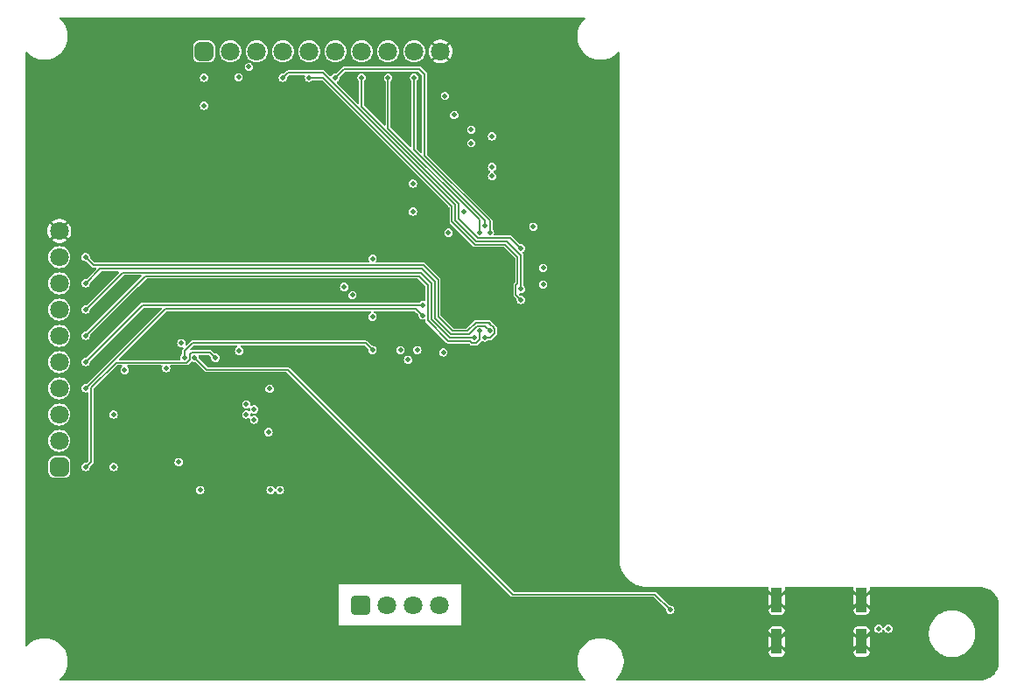
<source format=gbr>
%TF.GenerationSoftware,KiCad,Pcbnew,8.0.2*%
%TF.CreationDate,2024-05-14T20:52:19+07:00*%
%TF.ProjectId,HW.ACIM-DBG,48572e41-4349-44d2-9d44-42472e6b6963,0.0*%
%TF.SameCoordinates,Original*%
%TF.FileFunction,Copper,L3,Inr*%
%TF.FilePolarity,Positive*%
%FSLAX46Y46*%
G04 Gerber Fmt 4.6, Leading zero omitted, Abs format (unit mm)*
G04 Created by KiCad (PCBNEW 8.0.2) date 2024-05-14 20:52:19*
%MOMM*%
%LPD*%
G01*
G04 APERTURE LIST*
G04 Aperture macros list*
%AMRoundRect*
0 Rectangle with rounded corners*
0 $1 Rounding radius*
0 $2 $3 $4 $5 $6 $7 $8 $9 X,Y pos of 4 corners*
0 Add a 4 corners polygon primitive as box body*
4,1,4,$2,$3,$4,$5,$6,$7,$8,$9,$2,$3,0*
0 Add four circle primitives for the rounded corners*
1,1,$1+$1,$2,$3*
1,1,$1+$1,$4,$5*
1,1,$1+$1,$6,$7*
1,1,$1+$1,$8,$9*
0 Add four rect primitives between the rounded corners*
20,1,$1+$1,$2,$3,$4,$5,0*
20,1,$1+$1,$4,$5,$6,$7,0*
20,1,$1+$1,$6,$7,$8,$9,0*
20,1,$1+$1,$8,$9,$2,$3,0*%
G04 Aperture macros list end*
%TA.AperFunction,ComponentPad*%
%ADD10RoundRect,0.450000X-0.450000X-0.450000X0.450000X-0.450000X0.450000X0.450000X-0.450000X0.450000X0*%
%TD*%
%TA.AperFunction,ComponentPad*%
%ADD11C,1.800000*%
%TD*%
%TA.AperFunction,ComponentPad*%
%ADD12RoundRect,0.450000X0.450000X-0.450000X0.450000X0.450000X-0.450000X0.450000X-0.450000X-0.450000X0*%
%TD*%
%TA.AperFunction,ComponentPad*%
%ADD13RoundRect,0.220000X-0.330000X0.980000X-0.330000X-0.980000X0.330000X-0.980000X0.330000X0.980000X0*%
%TD*%
%TA.AperFunction,ComponentPad*%
%ADD14RoundRect,0.250000X0.650000X-0.650000X0.650000X0.650000X-0.650000X0.650000X-0.650000X-0.650000X0*%
%TD*%
%TA.AperFunction,ViaPad*%
%ADD15C,0.480000*%
%TD*%
%TA.AperFunction,Conductor*%
%ADD16C,0.160000*%
%TD*%
G04 APERTURE END LIST*
D10*
%TO.N,/USB HUB/INV_VBUS*%
%TO.C,J1*%
X127432700Y-38950000D03*
D11*
%TO.N,/USB HUB/USB7_N*%
X129972700Y-38950000D03*
%TO.N,/USB HUB/USB7_P*%
X132512700Y-38950000D03*
%TO.N,/USB HUB/INV_TXD1*%
X135052700Y-38950000D03*
%TO.N,/USB HUB/INV_RXD1*%
X137592700Y-38950000D03*
%TO.N,/USB HUB/INV_TXD2*%
X140132700Y-38950000D03*
%TO.N,/USB HUB/INV_RXD2*%
X142672700Y-38950000D03*
%TO.N,/USB HUB/INV_RTS2*%
X145212700Y-38950000D03*
%TO.N,/USB HUB/INV_CTS2*%
X147752700Y-38950000D03*
%TO.N,GND*%
X150292700Y-38950000D03*
%TD*%
D12*
%TO.N,/USB HUB/PSU_VBUS*%
%TO.C,J3*%
X113425000Y-79180200D03*
D11*
%TO.N,/USB HUB/USB5_N*%
X113425000Y-76640200D03*
%TO.N,/USB HUB/USB5_P*%
X113425000Y-74100200D03*
%TO.N,/USB HUB/PSU_TXD1*%
X113425000Y-71560200D03*
%TO.N,/USB HUB/PSU_RXD1*%
X113425000Y-69020200D03*
%TO.N,/USB HUB/PSU_TXD2*%
X113425000Y-66480200D03*
%TO.N,/USB HUB/PSU_RXD2*%
X113425000Y-63940200D03*
%TO.N,/USB HUB/PSU_RTS2*%
X113425000Y-61400200D03*
%TO.N,/USB HUB/PSU_CTS2*%
X113425000Y-58860200D03*
%TO.N,GND*%
X113425000Y-56320200D03*
%TD*%
D13*
%TO.N,GND*%
%TO.C,J2*%
X182825100Y-96075100D03*
X182825100Y-92025100D03*
X191025100Y-92025100D03*
X191025100Y-96075100D03*
%TD*%
D14*
%TO.N,GND_ISO*%
%TO.C,J4*%
X142552700Y-92575000D03*
D11*
%TO.N,/USB HUB/USB1_P*%
X145092700Y-92575000D03*
%TO.N,/USB HUB/USB1_N*%
X147632700Y-92575000D03*
%TO.N,Net-(F1-Pad1)*%
X150172700Y-92575000D03*
%TD*%
D15*
%TO.N,GND*%
X123067000Y-82450200D03*
X120562700Y-41150000D03*
X131762700Y-78700000D03*
X110562700Y-94450000D03*
X153574385Y-79150000D03*
X134762700Y-64550000D03*
X115562700Y-39450000D03*
X131574385Y-85150000D03*
X186087500Y-99412500D03*
X143725000Y-66250000D03*
X176087500Y-99412500D03*
X155325000Y-59250000D03*
X133574385Y-83150000D03*
X160562700Y-41150000D03*
X151325000Y-61250000D03*
X129574385Y-93150000D03*
X159774385Y-90850000D03*
X142162700Y-75150000D03*
X186887500Y-92912500D03*
X160562700Y-36150000D03*
X156075000Y-51750000D03*
X125562700Y-56150000D03*
X110562700Y-69450000D03*
X110562700Y-84450000D03*
X150562700Y-36150000D03*
X135562700Y-46150000D03*
X115562700Y-54450000D03*
X199787500Y-91212500D03*
X121375000Y-75700200D03*
X155325000Y-61250000D03*
X146425000Y-62550000D03*
X157562700Y-75650000D03*
X110562700Y-59450000D03*
X146425000Y-59000000D03*
X129217000Y-66450200D03*
X125562700Y-46150000D03*
X146525000Y-46100000D03*
X140562700Y-36150000D03*
X135562700Y-36150000D03*
X155562700Y-36150000D03*
X203862700Y-92750000D03*
X162162700Y-70150000D03*
X125062700Y-95450000D03*
X126017000Y-66450200D03*
X126067000Y-82650200D03*
X120562700Y-61150000D03*
X163602700Y-95350000D03*
X120562700Y-65650000D03*
X120562700Y-56150000D03*
X126067000Y-74050200D03*
X115562700Y-44450000D03*
X130425000Y-46600000D03*
X139862700Y-62750000D03*
X156875000Y-54500000D03*
X141425000Y-41500000D03*
X123067000Y-86450200D03*
X128967000Y-74050200D03*
X130162700Y-78700000D03*
X121375000Y-72500200D03*
X130562700Y-36150000D03*
X167162700Y-50150000D03*
X162162700Y-55150000D03*
X155325000Y-63250000D03*
X130425000Y-62600000D03*
X120562700Y-51150000D03*
X161502700Y-96850000D03*
X133962700Y-66650000D03*
X194087500Y-98412500D03*
X195787500Y-99412500D03*
X110562700Y-74450000D03*
X146025000Y-54450000D03*
X135562700Y-71150000D03*
X167162700Y-70150000D03*
X159774385Y-86550000D03*
X153275000Y-59250000D03*
X145562700Y-36150000D03*
X125562700Y-61750000D03*
X127517000Y-72600200D03*
X124012700Y-94550000D03*
X132562700Y-64350000D03*
X115562700Y-36150000D03*
X140562700Y-56150000D03*
X203887500Y-95312500D03*
X121962700Y-99450000D03*
X128562700Y-78700000D03*
X151325000Y-63250000D03*
X164174385Y-92550000D03*
X159774385Y-82950000D03*
X132425000Y-58600000D03*
X121375000Y-74100200D03*
X167162700Y-40150000D03*
X202362700Y-99350000D03*
X110562700Y-89450000D03*
X143925000Y-41500000D03*
X132425000Y-48600000D03*
X150725000Y-41150000D03*
X152162700Y-70150000D03*
X157962700Y-45150000D03*
X126962700Y-97825000D03*
X140562700Y-64550000D03*
X146025000Y-56050000D03*
X195787500Y-91212500D03*
X125562700Y-36150000D03*
X154475000Y-51750000D03*
X135562700Y-62750000D03*
X125067000Y-85650200D03*
X199787500Y-99412500D03*
X130425000Y-50600000D03*
X116962700Y-99450000D03*
X130425000Y-58600000D03*
X179275100Y-96580100D03*
X151325000Y-59300000D03*
X167162700Y-45150000D03*
X147975000Y-59000000D03*
X124067000Y-89450200D03*
X162162700Y-75175000D03*
X195787500Y-95312500D03*
X157574385Y-79150000D03*
X130312700Y-99450000D03*
X123067000Y-88450200D03*
X147162700Y-75150000D03*
X157562700Y-76550000D03*
X135562700Y-56150000D03*
X128967000Y-71150200D03*
X129574385Y-90150000D03*
X193287500Y-99412500D03*
X146425000Y-66250000D03*
X126067000Y-72600200D03*
X162174385Y-84350000D03*
X175624385Y-91077911D03*
X130425000Y-64600000D03*
X132425000Y-44600000D03*
X116962700Y-94450000D03*
X127617000Y-66450200D03*
X130817000Y-68850200D03*
X159802700Y-95350000D03*
X123067000Y-84450200D03*
X140562700Y-46150000D03*
X110562700Y-64450000D03*
X167162700Y-85150000D03*
X129574385Y-87150000D03*
X128967000Y-72600200D03*
X146525000Y-41500000D03*
X125062700Y-93825000D03*
X157562700Y-77450000D03*
X127517000Y-71150200D03*
X151625000Y-50300000D03*
X116962700Y-89450000D03*
X167162700Y-90150000D03*
X135562700Y-76150000D03*
X125067000Y-89450200D03*
X132425000Y-52600000D03*
X162162700Y-65150000D03*
X202362700Y-91250000D03*
X194087500Y-96612500D03*
X115562700Y-49450000D03*
X126067000Y-71150200D03*
X140562700Y-51150000D03*
X146425000Y-57400000D03*
X122817000Y-66450200D03*
X203862700Y-97950000D03*
X130425000Y-42700000D03*
X153325000Y-63250000D03*
X132462700Y-41450000D03*
X167162700Y-65150000D03*
X153325000Y-49125000D03*
X132425000Y-61600000D03*
X148575000Y-62500000D03*
X125562700Y-51150000D03*
X157162700Y-70150000D03*
X128067000Y-88600200D03*
X110562700Y-79450000D03*
X180875100Y-96580100D03*
X116962700Y-84450000D03*
X118675000Y-75700200D03*
X167162700Y-60150000D03*
X161087500Y-99412500D03*
X110562700Y-44450000D03*
X110562700Y-54450000D03*
X125562700Y-41150000D03*
X130425000Y-54600000D03*
X142162700Y-70150000D03*
X139574385Y-79150000D03*
X163212700Y-75900000D03*
X124962700Y-80425000D03*
X167162700Y-80150000D03*
X110562700Y-49450000D03*
X149574385Y-79150000D03*
X135562700Y-51150000D03*
X126962700Y-99450000D03*
X137562700Y-64550000D03*
X125967000Y-78700200D03*
X120562700Y-36150000D03*
X132425000Y-55600000D03*
X125067000Y-83650200D03*
X155562700Y-41150000D03*
X167162700Y-75150000D03*
X125067000Y-87650200D03*
X130817000Y-66450200D03*
X181087500Y-99412500D03*
X121375000Y-70900200D03*
X171256350Y-99243650D03*
X167162700Y-55150000D03*
X143574385Y-79150000D03*
X157975000Y-50150000D03*
X153325000Y-61250000D03*
X120562700Y-46150000D03*
X123362700Y-78700000D03*
X161112700Y-75900000D03*
X115562700Y-74450000D03*
X170924385Y-92277911D03*
X127517000Y-74050200D03*
X174174385Y-94850000D03*
%TO.N,+3V3*%
X150725000Y-43250000D03*
X143725000Y-59000000D03*
X134767000Y-81400200D03*
X148050000Y-67850000D03*
X118675000Y-79180200D03*
X143725000Y-64650000D03*
X127067000Y-81400200D03*
X155275000Y-50150000D03*
X147150000Y-68800000D03*
X118675000Y-74100200D03*
X133867000Y-81400200D03*
X146425000Y-67850000D03*
X147625000Y-51750000D03*
X127432700Y-44200000D03*
X155275000Y-51025000D03*
%TO.N,Net-(C26-Pad2)*%
X125225000Y-67175200D03*
X119750000Y-69800200D03*
%TO.N,Net-(C28-Pad2)*%
X124962700Y-78700000D03*
X130817000Y-67950200D03*
X133667000Y-75800200D03*
X133767000Y-71600200D03*
%TO.N,Net-(U5-VREGOUT)*%
X160225000Y-61500000D03*
X159275000Y-55925000D03*
X147625000Y-54450000D03*
%TO.N,Net-(C48-Pad2)*%
X152575000Y-54450000D03*
X160225000Y-59900000D03*
X150575000Y-68075000D03*
%TO.N,/USB HUB/USB7_P*%
X130762700Y-41450000D03*
X131762700Y-40450000D03*
%TO.N,Net-(U5-ADBUS0{slash}TXD)*%
X115975000Y-69020200D03*
X148575000Y-63500000D03*
%TO.N,Net-(U5-ADBUS1{slash}RXD)*%
X148575000Y-64500000D03*
X115975000Y-71560200D03*
%TO.N,Net-(U5-BDBUS0{slash}TXD)*%
X153575000Y-66650000D03*
X115975000Y-63940200D03*
%TO.N,Net-(U5-BDBUS1{slash}RXD)*%
X154075000Y-66000000D03*
X115975000Y-66480200D03*
%TO.N,Net-(U5-BDBUS2{slash}~{RTS})*%
X115975000Y-58860200D03*
X154575000Y-66650000D03*
%TO.N,Net-(U5-BDBUS3{slash}~{CTS})*%
X155075000Y-66000000D03*
X115975000Y-61400200D03*
%TO.N,Net-(U5-CDBUS0{slash}TXD)*%
X158075000Y-63000000D03*
X137592700Y-41500000D03*
%TO.N,Net-(U5-CDBUS1{slash}RXD)*%
X158075000Y-61950000D03*
X135052700Y-41500000D03*
%TO.N,Net-(U5-DDBUS0{slash}TXD)*%
X158075000Y-58000000D03*
X142672700Y-41500000D03*
%TO.N,Net-(U5-DDBUS1{slash}RXD)*%
X140132700Y-41500000D03*
X155075000Y-56500000D03*
%TO.N,Net-(U5-DDBUS2{slash}~{RTS})*%
X154575000Y-55850000D03*
X147752700Y-41500000D03*
%TO.N,Net-(U5-DDBUS3{slash}~{CTS})*%
X145225000Y-41500000D03*
X154075000Y-56500000D03*
%TO.N,/VCP/EECS*%
X155275000Y-47175000D03*
X151625000Y-45100000D03*
%TO.N,/VCP/EECLK*%
X153275000Y-46525000D03*
%TO.N,/VCP/~{PWREN}*%
X151075000Y-56500000D03*
X153275000Y-47825000D03*
%TO.N,/USB HUB/USB4_N*%
X140975000Y-61750000D03*
X141775000Y-62550000D03*
%TO.N,/USB HUB/USB3_P*%
X131517000Y-73100200D03*
X193625100Y-94830100D03*
%TO.N,/USB HUB/USB3_N*%
X132267000Y-73600200D03*
X192675100Y-94830100D03*
%TO.N,/USB HUB/USB5_N*%
X132267000Y-74600200D03*
%TO.N,/USB HUB/USB5_P*%
X131517000Y-74100200D03*
%TO.N,Net-(U2-PRTPWR1{slash}BC_EN1)*%
X128517000Y-68600200D03*
X115975000Y-79180200D03*
%TO.N,Net-(U2-PRTPWR2{slash}BC_EN2)*%
X172524385Y-93002911D03*
X126517000Y-68600200D03*
%TO.N,Net-(U2-PRTPWR3{slash}BC_EN3)*%
X143725000Y-67850000D03*
X125517000Y-68600200D03*
%TO.N,Net-(U2-PRTPWR4{slash}BC_EN4)*%
X123767000Y-69600200D03*
X127432700Y-41500000D03*
%TD*%
D16*
%TO.N,Net-(U5-ADBUS0{slash}TXD)*%
X121495200Y-63500000D02*
X115975000Y-69020200D01*
X148575000Y-63500000D02*
X121495200Y-63500000D01*
%TO.N,Net-(U5-ADBUS1{slash}RXD)*%
X148575000Y-64500000D02*
X147925000Y-63850000D01*
X123685200Y-63850000D02*
X115975000Y-71560200D01*
X147925000Y-63850000D02*
X123685200Y-63850000D01*
%TO.N,Net-(U5-BDBUS0{slash}TXD)*%
X151175000Y-66650000D02*
X149425000Y-64900000D01*
X149425000Y-64900000D02*
X149425000Y-61400000D01*
X119565200Y-60350000D02*
X115975000Y-63940200D01*
X148375000Y-60350000D02*
X119565200Y-60350000D01*
X149425000Y-61400000D02*
X148375000Y-60350000D01*
X153575000Y-66650000D02*
X151175000Y-66650000D01*
%TO.N,Net-(U5-BDBUS1{slash}RXD)*%
X151042452Y-66970000D02*
X149075000Y-65002548D01*
X153753823Y-67150000D02*
X153325000Y-67150000D01*
X154075000Y-66828823D02*
X153753823Y-67150000D01*
X153325000Y-67150000D02*
X153145000Y-66970000D01*
X153145000Y-66970000D02*
X151042452Y-66970000D01*
X149075000Y-65002548D02*
X149075000Y-61550000D01*
X148225000Y-60700000D02*
X121755200Y-60700000D01*
X121755200Y-60700000D02*
X115975000Y-66480200D01*
X149075000Y-61550000D02*
X148225000Y-60700000D01*
X154075000Y-66000000D02*
X154075000Y-66828823D01*
%TO.N,Net-(U5-BDBUS2{slash}~{RTS})*%
X153722452Y-65200000D02*
X152912452Y-66010000D01*
X150065000Y-61040000D02*
X148675000Y-59650000D01*
X154953822Y-65200000D02*
X153722452Y-65200000D01*
X155103823Y-66650000D02*
X155489411Y-66264412D01*
X155555000Y-65900000D02*
X155555000Y-65801177D01*
X154575000Y-66650000D02*
X155103823Y-66650000D01*
X151440096Y-66010000D02*
X150065000Y-64634904D01*
X150065000Y-64634904D02*
X150065000Y-61040000D01*
X155555000Y-65801177D02*
X155339412Y-65585589D01*
X155555000Y-66198823D02*
X155555000Y-65900000D01*
X155214411Y-65460589D02*
X154997549Y-65243726D01*
X148675000Y-59650000D02*
X116764800Y-59650000D01*
X116764800Y-59650000D02*
X115975000Y-58860200D01*
X155489411Y-66264412D02*
X155555000Y-66198823D01*
X152912452Y-66010000D02*
X151440096Y-66010000D01*
X155339412Y-65585589D02*
X155214411Y-65460589D01*
X155214411Y-65460589D02*
X154953822Y-65200000D01*
%TO.N,Net-(U5-BDBUS3{slash}~{CTS})*%
X154225000Y-65520000D02*
X153855000Y-65520000D01*
X153855000Y-65520000D02*
X153045000Y-66330000D01*
X154595000Y-65520000D02*
X154225000Y-65520000D01*
X153045000Y-66330000D02*
X151307548Y-66330000D01*
X155075000Y-66000000D02*
X154595000Y-65520000D01*
X148525000Y-60000000D02*
X117375200Y-60000000D01*
X149745000Y-61220000D02*
X148525000Y-60000000D01*
X154225000Y-65520000D02*
X154075000Y-65520000D01*
X154075000Y-65520000D02*
X153905000Y-65520000D01*
X149745000Y-64767452D02*
X149745000Y-61220000D01*
X151307548Y-66330000D02*
X149745000Y-64767452D01*
X117375200Y-60000000D02*
X115975000Y-61400200D01*
%TO.N,Net-(U5-CDBUS0{slash}TXD)*%
X157755000Y-58832548D02*
X157755000Y-61407700D01*
X151405000Y-53937644D02*
X151405000Y-55430000D01*
X153625000Y-57650000D02*
X156572452Y-57650000D01*
X157755000Y-61407700D02*
X157595000Y-61567700D01*
X157595000Y-61567700D02*
X157595000Y-62520000D01*
X157595000Y-62520000D02*
X158075000Y-63000000D01*
X151405000Y-55430000D02*
X153625000Y-57650000D01*
X156572452Y-57650000D02*
X157755000Y-58832548D01*
X138967356Y-41500000D02*
X151405000Y-53937644D01*
X137592700Y-41500000D02*
X138967356Y-41500000D01*
%TO.N,Net-(U5-CDBUS1{slash}RXD)*%
X138919904Y-41000000D02*
X135552700Y-41000000D01*
X158075000Y-61950000D02*
X158075000Y-58700000D01*
X156695000Y-57320000D02*
X153763629Y-57320000D01*
X135552700Y-41000000D02*
X135052700Y-41500000D01*
X158075000Y-58700000D02*
X156695000Y-57320000D01*
X153763629Y-57320000D02*
X151725000Y-55281371D01*
X151725000Y-55281371D02*
X151725000Y-53805096D01*
X151725000Y-53805096D02*
X138919904Y-41000000D01*
%TO.N,Net-(U5-DDBUS0{slash}TXD)*%
X152075000Y-53702548D02*
X142672700Y-44300248D01*
X157075000Y-57000000D02*
X153896177Y-57000000D01*
X153896177Y-57000000D02*
X152075000Y-55178823D01*
X142672700Y-44300248D02*
X142672700Y-41500000D01*
X152075000Y-55178823D02*
X152075000Y-53702548D01*
X158075000Y-58000000D02*
X157075000Y-57000000D01*
%TO.N,Net-(U5-DDBUS1{slash}RXD)*%
X148775000Y-41192300D02*
X148232700Y-40650000D01*
X148775000Y-49044904D02*
X148775000Y-41192300D01*
X148232700Y-40650000D02*
X140982700Y-40650000D01*
X155075000Y-55344904D02*
X148775000Y-49044904D01*
X155075000Y-56500000D02*
X155075000Y-55344904D01*
X140982700Y-40650000D02*
X140132700Y-41500000D01*
%TO.N,Net-(U5-DDBUS2{slash}~{RTS})*%
X154575000Y-55850000D02*
X154575000Y-55297452D01*
X147752700Y-48475152D02*
X148076274Y-48798726D01*
X147752700Y-41500000D02*
X147752700Y-48475152D01*
X154575000Y-55297452D02*
X154101274Y-54823726D01*
X154101274Y-54823726D02*
X148076274Y-48798726D01*
%TO.N,Net-(U5-DDBUS3{slash}~{CTS})*%
X154075000Y-56500000D02*
X154075000Y-55250000D01*
X145225000Y-46400000D02*
X145225000Y-41500000D01*
X154075000Y-55250000D02*
X145225000Y-46400000D01*
%TO.N,Net-(U2-PRTPWR1{slash}BC_EN1)*%
X118907548Y-69080200D02*
X116475000Y-71512748D01*
X126225000Y-68100000D02*
X126025000Y-68300000D01*
X116475000Y-71512748D02*
X116475000Y-78680200D01*
X128517000Y-68600200D02*
X128016800Y-68100000D01*
X126025000Y-68300000D02*
X126025000Y-68800000D01*
X125744800Y-69080200D02*
X118907548Y-69080200D01*
X128016800Y-68100000D02*
X126225000Y-68100000D01*
X126025000Y-68800000D02*
X125744800Y-69080200D01*
X116475000Y-78680200D02*
X115975000Y-79180200D01*
%TO.N,Net-(U2-PRTPWR2{slash}BC_EN2)*%
X157284900Y-91518100D02*
X135517000Y-69750200D01*
X170374385Y-91518100D02*
X157284900Y-91518100D01*
X135517000Y-69750200D02*
X127667000Y-69750200D01*
X172524385Y-93002911D02*
X171039574Y-91518100D01*
X127667000Y-69750200D02*
X126517000Y-68600200D01*
X171039574Y-91518100D02*
X170374385Y-91518100D01*
%TO.N,Net-(U2-PRTPWR3{slash}BC_EN3)*%
X125517000Y-67958000D02*
X125517000Y-68600200D01*
X143725000Y-67850000D02*
X143050200Y-67175200D01*
X143050200Y-67175200D02*
X126299800Y-67175200D01*
X126299800Y-67175200D02*
X125517000Y-67958000D01*
%TD*%
%TA.AperFunction,Conductor*%
%TO.N,GND*%
G36*
X148150264Y-40909407D02*
G01*
X148162077Y-40919496D01*
X148505504Y-41262923D01*
X148533281Y-41317440D01*
X148534500Y-41332927D01*
X148534500Y-48677825D01*
X148515593Y-48736016D01*
X148466093Y-48771980D01*
X148404907Y-48771980D01*
X148365497Y-48747829D01*
X148206864Y-48589197D01*
X148206859Y-48589193D01*
X148022196Y-48404529D01*
X147994419Y-48350013D01*
X147993200Y-48334526D01*
X147993200Y-41866899D01*
X148012107Y-41808708D01*
X148022190Y-41796901D01*
X148080750Y-41738342D01*
X148138346Y-41625304D01*
X148158192Y-41500000D01*
X148138346Y-41374696D01*
X148136446Y-41370968D01*
X148134335Y-41366825D01*
X148080750Y-41261658D01*
X147991042Y-41171950D01*
X147937094Y-41144462D01*
X147878007Y-41114355D01*
X147878004Y-41114354D01*
X147752700Y-41094508D01*
X147627396Y-41114354D01*
X147627392Y-41114355D01*
X147514359Y-41171949D01*
X147424649Y-41261659D01*
X147367055Y-41374692D01*
X147367054Y-41374696D01*
X147347208Y-41499999D01*
X147347208Y-41500000D01*
X147367054Y-41625303D01*
X147367055Y-41625307D01*
X147422644Y-41734406D01*
X147424650Y-41738342D01*
X147483205Y-41796897D01*
X147510981Y-41851412D01*
X147512200Y-41866899D01*
X147512200Y-48108073D01*
X147493293Y-48166264D01*
X147443793Y-48202228D01*
X147382607Y-48202228D01*
X147343196Y-48178077D01*
X145494496Y-46329377D01*
X145466719Y-46274860D01*
X145465500Y-46259373D01*
X145465500Y-41866899D01*
X145484407Y-41808708D01*
X145494490Y-41796901D01*
X145553050Y-41738342D01*
X145610646Y-41625304D01*
X145630492Y-41500000D01*
X145610646Y-41374696D01*
X145608746Y-41370968D01*
X145606635Y-41366825D01*
X145553050Y-41261658D01*
X145463342Y-41171950D01*
X145409394Y-41144462D01*
X145350307Y-41114355D01*
X145350304Y-41114354D01*
X145225000Y-41094508D01*
X145099696Y-41114354D01*
X145099692Y-41114355D01*
X144986659Y-41171949D01*
X144896949Y-41261659D01*
X144839355Y-41374692D01*
X144839354Y-41374696D01*
X144819508Y-41499999D01*
X144819508Y-41500000D01*
X144839354Y-41625303D01*
X144839355Y-41625307D01*
X144894944Y-41734406D01*
X144896950Y-41738342D01*
X144955505Y-41796897D01*
X144983281Y-41851412D01*
X144984500Y-41866899D01*
X144984500Y-46032921D01*
X144965593Y-46091112D01*
X144916093Y-46127076D01*
X144854907Y-46127076D01*
X144815496Y-46102925D01*
X142942196Y-44229625D01*
X142914419Y-44175108D01*
X142913200Y-44159621D01*
X142913200Y-41866899D01*
X142932107Y-41808708D01*
X142942190Y-41796901D01*
X143000750Y-41738342D01*
X143058346Y-41625304D01*
X143078192Y-41500000D01*
X143058346Y-41374696D01*
X143056446Y-41370968D01*
X143054335Y-41366825D01*
X143000750Y-41261658D01*
X142911042Y-41171950D01*
X142857094Y-41144462D01*
X142798007Y-41114355D01*
X142798004Y-41114354D01*
X142672700Y-41094508D01*
X142547396Y-41114354D01*
X142547392Y-41114355D01*
X142434359Y-41171949D01*
X142344649Y-41261659D01*
X142287055Y-41374692D01*
X142287054Y-41374696D01*
X142267208Y-41499999D01*
X142267208Y-41500000D01*
X142287054Y-41625303D01*
X142287055Y-41625307D01*
X142342644Y-41734406D01*
X142344650Y-41738342D01*
X142403205Y-41796897D01*
X142430981Y-41851412D01*
X142432200Y-41866899D01*
X142432200Y-43933169D01*
X142413293Y-43991360D01*
X142363793Y-44027324D01*
X142302607Y-44027324D01*
X142263196Y-44003173D01*
X140279938Y-42019915D01*
X140252161Y-41965398D01*
X140261732Y-41904966D01*
X140304995Y-41861702D01*
X140371042Y-41828050D01*
X140460750Y-41738342D01*
X140518346Y-41625304D01*
X140538192Y-41500000D01*
X140537145Y-41493391D01*
X140546713Y-41432960D01*
X140564922Y-41407896D01*
X141053323Y-40919496D01*
X141107839Y-40891719D01*
X141123326Y-40890500D01*
X148092073Y-40890500D01*
X148150264Y-40909407D01*
G37*
%TD.AperFunction*%
%TA.AperFunction,Conductor*%
G36*
X164260996Y-35669407D02*
G01*
X164296960Y-35718907D01*
X164296960Y-35780093D01*
X164272810Y-35819501D01*
X164128497Y-35963815D01*
X164079348Y-36012964D01*
X163899764Y-36247002D01*
X163752253Y-36502500D01*
X163639361Y-36775046D01*
X163603580Y-36908584D01*
X163563007Y-37060007D01*
X163563006Y-37060011D01*
X163563006Y-37060013D01*
X163524500Y-37352493D01*
X163524500Y-37647506D01*
X163558379Y-37904844D01*
X163563007Y-37939993D01*
X163596224Y-38063960D01*
X163639361Y-38224953D01*
X163752253Y-38497499D01*
X163752255Y-38497503D01*
X163752257Y-38497507D01*
X163893476Y-38742106D01*
X163899764Y-38752997D01*
X164079348Y-38987035D01*
X164079350Y-38987037D01*
X164079354Y-38987042D01*
X164287958Y-39195646D01*
X164287962Y-39195649D01*
X164287964Y-39195651D01*
X164367925Y-39257007D01*
X164522006Y-39375238D01*
X164777493Y-39522743D01*
X164777499Y-39522745D01*
X164777500Y-39522746D01*
X164862592Y-39557992D01*
X165050048Y-39635639D01*
X165335007Y-39711993D01*
X165627494Y-39750500D01*
X165627495Y-39750500D01*
X165922505Y-39750500D01*
X165922506Y-39750500D01*
X166214993Y-39711993D01*
X166499952Y-39635639D01*
X166772507Y-39522743D01*
X167027994Y-39375238D01*
X167262042Y-39195646D01*
X167455498Y-39002189D01*
X167510013Y-38974414D01*
X167570445Y-38983985D01*
X167613710Y-39027250D01*
X167624500Y-39072195D01*
X167624500Y-88273865D01*
X167657831Y-88569671D01*
X167657832Y-88569677D01*
X167724076Y-88859912D01*
X167822398Y-89140899D01*
X167822399Y-89140902D01*
X167951557Y-89409102D01*
X167951561Y-89409109D01*
X167951565Y-89409117D01*
X168109950Y-89661185D01*
X168295562Y-89893934D01*
X168506066Y-90104438D01*
X168738815Y-90290050D01*
X168990883Y-90448435D01*
X168990894Y-90448440D01*
X168990897Y-90448442D01*
X169014794Y-90459950D01*
X169259099Y-90577601D01*
X169390270Y-90623499D01*
X169540087Y-90675923D01*
X169540090Y-90675923D01*
X169540091Y-90675924D01*
X169830325Y-90742168D01*
X169910096Y-90751156D01*
X170126134Y-90775499D01*
X170126150Y-90775499D01*
X170126151Y-90775500D01*
X170222273Y-90775500D01*
X181951441Y-90775500D01*
X182009632Y-90794407D01*
X182045596Y-90843907D01*
X182045596Y-90905093D01*
X182044199Y-90909097D01*
X182031119Y-90944165D01*
X182031117Y-90944172D01*
X182025100Y-91000148D01*
X182025100Y-91048322D01*
X182575100Y-91598322D01*
X182575100Y-91951878D01*
X182025100Y-91401878D01*
X182025100Y-92648321D01*
X182575100Y-92098320D01*
X182575100Y-92451875D01*
X182025100Y-93001874D01*
X182025100Y-93050047D01*
X182025101Y-93050055D01*
X182031117Y-93106030D01*
X182031118Y-93106032D01*
X182078348Y-93232662D01*
X182159340Y-93340855D01*
X182159344Y-93340859D01*
X182267537Y-93421851D01*
X182394164Y-93469080D01*
X182394172Y-93469082D01*
X182450148Y-93475099D01*
X183200048Y-93475099D01*
X183200054Y-93475098D01*
X183256030Y-93469082D01*
X183256032Y-93469081D01*
X183382662Y-93421851D01*
X183490855Y-93340859D01*
X183490859Y-93340855D01*
X183571851Y-93232662D01*
X183619080Y-93106035D01*
X183619082Y-93106027D01*
X183625099Y-93050051D01*
X183625099Y-93001877D01*
X183075100Y-92451878D01*
X183075100Y-92098322D01*
X183625099Y-92648321D01*
X183625099Y-91401878D01*
X183075100Y-91951876D01*
X183075100Y-91598320D01*
X183625099Y-91048322D01*
X183625099Y-91000151D01*
X183625098Y-91000145D01*
X183619082Y-90944169D01*
X183619081Y-90944167D01*
X183606001Y-90909097D01*
X183603381Y-90847968D01*
X183637191Y-90796973D01*
X183694519Y-90775591D01*
X183698759Y-90775500D01*
X190151441Y-90775500D01*
X190209632Y-90794407D01*
X190245596Y-90843907D01*
X190245596Y-90905093D01*
X190244199Y-90909097D01*
X190231119Y-90944165D01*
X190231117Y-90944172D01*
X190225100Y-91000148D01*
X190225100Y-91048322D01*
X190775100Y-91598322D01*
X190775100Y-91951878D01*
X190225100Y-91401878D01*
X190225100Y-92648321D01*
X190775100Y-92098320D01*
X190775100Y-92451875D01*
X190225100Y-93001874D01*
X190225100Y-93050047D01*
X190225101Y-93050055D01*
X190231117Y-93106030D01*
X190231118Y-93106032D01*
X190278348Y-93232662D01*
X190359340Y-93340855D01*
X190359344Y-93340859D01*
X190467537Y-93421851D01*
X190594164Y-93469080D01*
X190594172Y-93469082D01*
X190650148Y-93475099D01*
X191400048Y-93475099D01*
X191400054Y-93475098D01*
X191456030Y-93469082D01*
X191456032Y-93469081D01*
X191582662Y-93421851D01*
X191690855Y-93340859D01*
X191690859Y-93340855D01*
X191771851Y-93232662D01*
X191819080Y-93106035D01*
X191819082Y-93106027D01*
X191825099Y-93050051D01*
X191825099Y-93001877D01*
X191275100Y-92451878D01*
X191275100Y-92098322D01*
X191825099Y-92648321D01*
X191825099Y-91401878D01*
X191275100Y-91951876D01*
X191275100Y-91598320D01*
X191825099Y-91048322D01*
X191825099Y-91000151D01*
X191825098Y-91000145D01*
X191819082Y-90944169D01*
X191819081Y-90944167D01*
X191806001Y-90909097D01*
X191803381Y-90847968D01*
X191837191Y-90796973D01*
X191894519Y-90775591D01*
X191898759Y-90775500D01*
X202417417Y-90775500D01*
X202471759Y-90775500D01*
X202478234Y-90775712D01*
X202709938Y-90790898D01*
X202722763Y-90792587D01*
X202947327Y-90837255D01*
X202959827Y-90840604D01*
X202969556Y-90843907D01*
X203176630Y-90914200D01*
X203188593Y-90919156D01*
X203393929Y-91020416D01*
X203405145Y-91026891D01*
X203595510Y-91154089D01*
X203605783Y-91161972D01*
X203777915Y-91312927D01*
X203787072Y-91322084D01*
X203938027Y-91494216D01*
X203945910Y-91504489D01*
X204073108Y-91694854D01*
X204079583Y-91706070D01*
X204180843Y-91911406D01*
X204185799Y-91923369D01*
X204259393Y-92140167D01*
X204262745Y-92152676D01*
X204307411Y-92377229D01*
X204309101Y-92390068D01*
X204324288Y-92621765D01*
X204324500Y-92628240D01*
X204324500Y-97996759D01*
X204324288Y-98003234D01*
X204309101Y-98234931D01*
X204307411Y-98247770D01*
X204262745Y-98472323D01*
X204259393Y-98484832D01*
X204185799Y-98701630D01*
X204180843Y-98713593D01*
X204079583Y-98918929D01*
X204073108Y-98930145D01*
X203945910Y-99120510D01*
X203938027Y-99130783D01*
X203787072Y-99302915D01*
X203777915Y-99312072D01*
X203605783Y-99463027D01*
X203595510Y-99470910D01*
X203405145Y-99598108D01*
X203393929Y-99604583D01*
X203188593Y-99705843D01*
X203176630Y-99710799D01*
X202959832Y-99784393D01*
X202947323Y-99787745D01*
X202722770Y-99832411D01*
X202709931Y-99834101D01*
X202478234Y-99849288D01*
X202471759Y-99849500D01*
X167347195Y-99849500D01*
X167289004Y-99830593D01*
X167253040Y-99781093D01*
X167253040Y-99719907D01*
X167277189Y-99680498D01*
X167470646Y-99487042D01*
X167650238Y-99252994D01*
X167797743Y-98997507D01*
X167910639Y-98724952D01*
X167986993Y-98439993D01*
X168025500Y-98147506D01*
X168025500Y-97852494D01*
X167986993Y-97560007D01*
X167910639Y-97275048D01*
X167797743Y-97002493D01*
X167650238Y-96747006D01*
X167650235Y-96747002D01*
X167470651Y-96512964D01*
X167470649Y-96512962D01*
X167470646Y-96512958D01*
X167262042Y-96304354D01*
X167262037Y-96304350D01*
X167262035Y-96304348D01*
X167027997Y-96124764D01*
X167027994Y-96124762D01*
X166772507Y-95977257D01*
X166772503Y-95977255D01*
X166772499Y-95977253D01*
X166499953Y-95864361D01*
X166433183Y-95846470D01*
X166214993Y-95788007D01*
X166214986Y-95788006D01*
X165922506Y-95749500D01*
X165627494Y-95749500D01*
X165627493Y-95749500D01*
X165335013Y-95788006D01*
X165335011Y-95788006D01*
X165335007Y-95788007D01*
X165183584Y-95828580D01*
X165050046Y-95864361D01*
X164777500Y-95977253D01*
X164522002Y-96124764D01*
X164287964Y-96304348D01*
X164079348Y-96512964D01*
X163899764Y-96747002D01*
X163752253Y-97002500D01*
X163639361Y-97275046D01*
X163623232Y-97335243D01*
X163563007Y-97560007D01*
X163524500Y-97852494D01*
X163524500Y-98147506D01*
X163563007Y-98439993D01*
X163621470Y-98658183D01*
X163639361Y-98724953D01*
X163752253Y-98997499D01*
X163752255Y-98997503D01*
X163752257Y-98997507D01*
X163762877Y-99015901D01*
X163899764Y-99252997D01*
X164079348Y-99487035D01*
X164079350Y-99487037D01*
X164079354Y-99487042D01*
X164272810Y-99680498D01*
X164300586Y-99735013D01*
X164291015Y-99795445D01*
X164247750Y-99838710D01*
X164202805Y-99849500D01*
X113547195Y-99849500D01*
X113489004Y-99830593D01*
X113453040Y-99781093D01*
X113453040Y-99719907D01*
X113477189Y-99680498D01*
X113670646Y-99487042D01*
X113850238Y-99252994D01*
X113997743Y-98997507D01*
X114110639Y-98724952D01*
X114186993Y-98439993D01*
X114225500Y-98147506D01*
X114225500Y-97852494D01*
X114186993Y-97560007D01*
X114110639Y-97275048D01*
X113997743Y-97002493D01*
X113850238Y-96747006D01*
X113850235Y-96747002D01*
X113670651Y-96512964D01*
X113670649Y-96512962D01*
X113670646Y-96512958D01*
X113462042Y-96304354D01*
X113462037Y-96304350D01*
X113462035Y-96304348D01*
X113227997Y-96124764D01*
X113227994Y-96124762D01*
X112972507Y-95977257D01*
X112972503Y-95977255D01*
X112972499Y-95977253D01*
X112699953Y-95864361D01*
X112633183Y-95846470D01*
X112414993Y-95788007D01*
X112414986Y-95788006D01*
X112122506Y-95749500D01*
X111827494Y-95749500D01*
X111827493Y-95749500D01*
X111535013Y-95788006D01*
X111535011Y-95788006D01*
X111535007Y-95788007D01*
X111383584Y-95828580D01*
X111250046Y-95864361D01*
X110977500Y-95977253D01*
X110722002Y-96124764D01*
X110487964Y-96304348D01*
X110487958Y-96304353D01*
X110487958Y-96304354D01*
X110294501Y-96497810D01*
X110239987Y-96525586D01*
X110179555Y-96516015D01*
X110136290Y-96472750D01*
X110125500Y-96427805D01*
X110125500Y-95050148D01*
X182025100Y-95050148D01*
X182025100Y-95098322D01*
X182575100Y-95648322D01*
X182575100Y-96001878D01*
X182025100Y-95451878D01*
X182025100Y-96698321D01*
X182575100Y-96148320D01*
X182575100Y-96501875D01*
X182025100Y-97051874D01*
X182025100Y-97100047D01*
X182025101Y-97100055D01*
X182031117Y-97156030D01*
X182031118Y-97156032D01*
X182078348Y-97282662D01*
X182159340Y-97390855D01*
X182159344Y-97390859D01*
X182267537Y-97471851D01*
X182394164Y-97519080D01*
X182394172Y-97519082D01*
X182450148Y-97525099D01*
X183200048Y-97525099D01*
X183200054Y-97525098D01*
X183256030Y-97519082D01*
X183256032Y-97519081D01*
X183382662Y-97471851D01*
X183490855Y-97390859D01*
X183490859Y-97390855D01*
X183571851Y-97282662D01*
X183619080Y-97156035D01*
X183619082Y-97156027D01*
X183625099Y-97100051D01*
X183625099Y-97051877D01*
X183075100Y-96501878D01*
X183075100Y-96148322D01*
X183625099Y-96698321D01*
X183625099Y-95451878D01*
X183075100Y-96001876D01*
X183075100Y-95648320D01*
X183625099Y-95098322D01*
X183625099Y-95050151D01*
X183625098Y-95050148D01*
X190225100Y-95050148D01*
X190225100Y-95098322D01*
X190775100Y-95648322D01*
X190775100Y-96001878D01*
X190225100Y-95451878D01*
X190225100Y-96698321D01*
X190775100Y-96148320D01*
X190775100Y-96501875D01*
X190225100Y-97051874D01*
X190225100Y-97100047D01*
X190225101Y-97100055D01*
X190231117Y-97156030D01*
X190231118Y-97156032D01*
X190278348Y-97282662D01*
X190359340Y-97390855D01*
X190359344Y-97390859D01*
X190467537Y-97471851D01*
X190594164Y-97519080D01*
X190594172Y-97519082D01*
X190650148Y-97525099D01*
X191400048Y-97525099D01*
X191400054Y-97525098D01*
X191456030Y-97519082D01*
X191456032Y-97519081D01*
X191582662Y-97471851D01*
X191690855Y-97390859D01*
X191690859Y-97390855D01*
X191771851Y-97282662D01*
X191819080Y-97156035D01*
X191819082Y-97156027D01*
X191825099Y-97100051D01*
X191825099Y-97051877D01*
X191275100Y-96501878D01*
X191275100Y-96148322D01*
X191825099Y-96698321D01*
X191825099Y-95451878D01*
X191275100Y-96001876D01*
X191275100Y-95648320D01*
X191825099Y-95098322D01*
X191825099Y-95050151D01*
X191825098Y-95050145D01*
X191819082Y-94994169D01*
X191819081Y-94994167D01*
X191771851Y-94867537D01*
X191743826Y-94830100D01*
X192269608Y-94830100D01*
X192276325Y-94872513D01*
X192289454Y-94955403D01*
X192289455Y-94955407D01*
X192309206Y-94994169D01*
X192347050Y-95068442D01*
X192436758Y-95158150D01*
X192549796Y-95215746D01*
X192675100Y-95235592D01*
X192800404Y-95215746D01*
X192913442Y-95158150D01*
X193003150Y-95068442D01*
X193040997Y-94994164D01*
X193061891Y-94953158D01*
X193105155Y-94909893D01*
X193165587Y-94900322D01*
X193220104Y-94928100D01*
X193238309Y-94953158D01*
X193287730Y-95050151D01*
X193297050Y-95068442D01*
X193386758Y-95158150D01*
X193499796Y-95215746D01*
X193625100Y-95235592D01*
X193750404Y-95215746D01*
X193850010Y-95164994D01*
X197537000Y-95164994D01*
X197537000Y-95460006D01*
X197575507Y-95752493D01*
X197633970Y-95970683D01*
X197651861Y-96037453D01*
X197764753Y-96309999D01*
X197764755Y-96310003D01*
X197764757Y-96310007D01*
X197912262Y-96565494D01*
X197912264Y-96565497D01*
X198091848Y-96799535D01*
X198091850Y-96799537D01*
X198091854Y-96799542D01*
X198300458Y-97008146D01*
X198300462Y-97008149D01*
X198300464Y-97008151D01*
X198493183Y-97156030D01*
X198534506Y-97187738D01*
X198789993Y-97335243D01*
X199062548Y-97448139D01*
X199347507Y-97524493D01*
X199639994Y-97563000D01*
X199639995Y-97563000D01*
X199935005Y-97563000D01*
X199935006Y-97563000D01*
X200227493Y-97524493D01*
X200512452Y-97448139D01*
X200785007Y-97335243D01*
X201040494Y-97187738D01*
X201274542Y-97008146D01*
X201483146Y-96799542D01*
X201662738Y-96565494D01*
X201810243Y-96310007D01*
X201923139Y-96037452D01*
X201999493Y-95752493D01*
X202038000Y-95460006D01*
X202038000Y-95164994D01*
X201999493Y-94872507D01*
X201923139Y-94587548D01*
X201810243Y-94314993D01*
X201662738Y-94059506D01*
X201483146Y-93825458D01*
X201274542Y-93616854D01*
X201274537Y-93616850D01*
X201274535Y-93616848D01*
X201040497Y-93437264D01*
X201013801Y-93421851D01*
X200785007Y-93289757D01*
X200785003Y-93289755D01*
X200784999Y-93289753D01*
X200512453Y-93176861D01*
X200445683Y-93158970D01*
X200227493Y-93100507D01*
X200227486Y-93100506D01*
X199935006Y-93062000D01*
X199639994Y-93062000D01*
X199639993Y-93062000D01*
X199347513Y-93100506D01*
X199347511Y-93100506D01*
X199347507Y-93100507D01*
X199196084Y-93141080D01*
X199062546Y-93176861D01*
X198790000Y-93289753D01*
X198534502Y-93437264D01*
X198300464Y-93616848D01*
X198091848Y-93825464D01*
X197912264Y-94059502D01*
X197764753Y-94315000D01*
X197651861Y-94587546D01*
X197640186Y-94631119D01*
X197575507Y-94872507D01*
X197575506Y-94872511D01*
X197575506Y-94872513D01*
X197537901Y-95158150D01*
X197537000Y-95164994D01*
X193850010Y-95164994D01*
X193863442Y-95158150D01*
X193953150Y-95068442D01*
X194010746Y-94955404D01*
X194030592Y-94830100D01*
X194010746Y-94704796D01*
X193953150Y-94591758D01*
X193863442Y-94502050D01*
X193859506Y-94500044D01*
X193750407Y-94444455D01*
X193750404Y-94444454D01*
X193625100Y-94424608D01*
X193499796Y-94444454D01*
X193499792Y-94444455D01*
X193386759Y-94502049D01*
X193297049Y-94591759D01*
X193238309Y-94707042D01*
X193195044Y-94750306D01*
X193134612Y-94759877D01*
X193080096Y-94732099D01*
X193061891Y-94707042D01*
X193030110Y-94644670D01*
X193003150Y-94591758D01*
X192913442Y-94502050D01*
X192909506Y-94500044D01*
X192800407Y-94444455D01*
X192800404Y-94444454D01*
X192675100Y-94424608D01*
X192549796Y-94444454D01*
X192549792Y-94444455D01*
X192436759Y-94502049D01*
X192347049Y-94591759D01*
X192289455Y-94704792D01*
X192289454Y-94704796D01*
X192280815Y-94759344D01*
X192269608Y-94830100D01*
X191743826Y-94830100D01*
X191690859Y-94759344D01*
X191690855Y-94759340D01*
X191582662Y-94678348D01*
X191456035Y-94631119D01*
X191456027Y-94631117D01*
X191400051Y-94625100D01*
X190650151Y-94625100D01*
X190650145Y-94625101D01*
X190594169Y-94631117D01*
X190594167Y-94631118D01*
X190467537Y-94678348D01*
X190359344Y-94759340D01*
X190359340Y-94759344D01*
X190278348Y-94867537D01*
X190231119Y-94994164D01*
X190231117Y-94994172D01*
X190225100Y-95050148D01*
X183625098Y-95050148D01*
X183625098Y-95050145D01*
X183619082Y-94994169D01*
X183619081Y-94994167D01*
X183571851Y-94867537D01*
X183490859Y-94759344D01*
X183490855Y-94759340D01*
X183382662Y-94678348D01*
X183256035Y-94631119D01*
X183256027Y-94631117D01*
X183200051Y-94625100D01*
X182450151Y-94625100D01*
X182450145Y-94625101D01*
X182394169Y-94631117D01*
X182394167Y-94631118D01*
X182267537Y-94678348D01*
X182159344Y-94759340D01*
X182159340Y-94759344D01*
X182078348Y-94867537D01*
X182031119Y-94994164D01*
X182031117Y-94994172D01*
X182025100Y-95050148D01*
X110125500Y-95050148D01*
X110125500Y-94504611D01*
X140465000Y-94504611D01*
X140465001Y-94504611D01*
X152344999Y-94504611D01*
X152345000Y-94504611D01*
X152345000Y-90540199D01*
X140465000Y-90540199D01*
X140465000Y-94504611D01*
X110125500Y-94504611D01*
X110125500Y-81400199D01*
X126661508Y-81400199D01*
X126661508Y-81400200D01*
X126681354Y-81525503D01*
X126681355Y-81525507D01*
X126683164Y-81529057D01*
X126738950Y-81638542D01*
X126828658Y-81728250D01*
X126941696Y-81785846D01*
X127067000Y-81805692D01*
X127192304Y-81785846D01*
X127305342Y-81728250D01*
X127395050Y-81638542D01*
X127452646Y-81525504D01*
X127472492Y-81400200D01*
X127472492Y-81400199D01*
X133461508Y-81400199D01*
X133461508Y-81400200D01*
X133481354Y-81525503D01*
X133481355Y-81525507D01*
X133483164Y-81529057D01*
X133538950Y-81638542D01*
X133628658Y-81728250D01*
X133741696Y-81785846D01*
X133867000Y-81805692D01*
X133992304Y-81785846D01*
X134105342Y-81728250D01*
X134195050Y-81638542D01*
X134228791Y-81572320D01*
X134272055Y-81529057D01*
X134332487Y-81519486D01*
X134387004Y-81547264D01*
X134405206Y-81572317D01*
X134438950Y-81638542D01*
X134528658Y-81728250D01*
X134641696Y-81785846D01*
X134767000Y-81805692D01*
X134892304Y-81785846D01*
X135005342Y-81728250D01*
X135095050Y-81638542D01*
X135152646Y-81525504D01*
X135172492Y-81400200D01*
X135152646Y-81274896D01*
X135095050Y-81161858D01*
X135005342Y-81072150D01*
X135001406Y-81070144D01*
X134892307Y-81014555D01*
X134892304Y-81014554D01*
X134767000Y-80994708D01*
X134641696Y-81014554D01*
X134641692Y-81014555D01*
X134528659Y-81072149D01*
X134438949Y-81161859D01*
X134405209Y-81228078D01*
X134361944Y-81271342D01*
X134301512Y-81280913D01*
X134246996Y-81253135D01*
X134228791Y-81228078D01*
X134224658Y-81219968D01*
X134195050Y-81161858D01*
X134105342Y-81072150D01*
X134101406Y-81070144D01*
X133992307Y-81014555D01*
X133992304Y-81014554D01*
X133867000Y-80994708D01*
X133741696Y-81014554D01*
X133741692Y-81014555D01*
X133628659Y-81072149D01*
X133538949Y-81161859D01*
X133481355Y-81274892D01*
X133481354Y-81274896D01*
X133461508Y-81400199D01*
X127472492Y-81400199D01*
X127452646Y-81274896D01*
X127395050Y-81161858D01*
X127305342Y-81072150D01*
X127301406Y-81070144D01*
X127192307Y-81014555D01*
X127192304Y-81014554D01*
X127067000Y-80994708D01*
X126941696Y-81014554D01*
X126941692Y-81014555D01*
X126828659Y-81072149D01*
X126738949Y-81161859D01*
X126681355Y-81274892D01*
X126681354Y-81274896D01*
X126661508Y-81400199D01*
X110125500Y-81400199D01*
X110125500Y-78668555D01*
X112364500Y-78668555D01*
X112364500Y-79691844D01*
X112367223Y-79726458D01*
X112367225Y-79726465D01*
X112410259Y-79874588D01*
X112410259Y-79874589D01*
X112488774Y-80007350D01*
X112488775Y-80007351D01*
X112488777Y-80007354D01*
X112597846Y-80116423D01*
X112730614Y-80194942D01*
X112878738Y-80237976D01*
X112913350Y-80240700D01*
X112913355Y-80240700D01*
X113936645Y-80240700D01*
X113936650Y-80240700D01*
X113971262Y-80237976D01*
X114119386Y-80194942D01*
X114252154Y-80116423D01*
X114361223Y-80007354D01*
X114439742Y-79874586D01*
X114482776Y-79726462D01*
X114485500Y-79691850D01*
X114485500Y-78668550D01*
X114482776Y-78633938D01*
X114439742Y-78485814D01*
X114361223Y-78353046D01*
X114252154Y-78243977D01*
X114252151Y-78243975D01*
X114252150Y-78243974D01*
X114119388Y-78165459D01*
X114119387Y-78165458D01*
X114119386Y-78165458D01*
X113971262Y-78122424D01*
X113971261Y-78122423D01*
X113971258Y-78122423D01*
X113949271Y-78120693D01*
X113936650Y-78119700D01*
X112913350Y-78119700D01*
X112901586Y-78120625D01*
X112878741Y-78122423D01*
X112878734Y-78122425D01*
X112730611Y-78165459D01*
X112730610Y-78165459D01*
X112597849Y-78243974D01*
X112488774Y-78353049D01*
X112410259Y-78485810D01*
X112410259Y-78485811D01*
X112367225Y-78633934D01*
X112367223Y-78633941D01*
X112364500Y-78668555D01*
X110125500Y-78668555D01*
X110125500Y-76640196D01*
X112359369Y-76640196D01*
X112359369Y-76640203D01*
X112379843Y-76848089D01*
X112379844Y-76848094D01*
X112440485Y-77047999D01*
X112440487Y-77048004D01*
X112538952Y-77232221D01*
X112538958Y-77232230D01*
X112538960Y-77232233D01*
X112594222Y-77299570D01*
X112671480Y-77393710D01*
X112671489Y-77393719D01*
X112746800Y-77455524D01*
X112832967Y-77526240D01*
X112832971Y-77526242D01*
X112832978Y-77526247D01*
X113017195Y-77624712D01*
X113017201Y-77624715D01*
X113156465Y-77666959D01*
X113217105Y-77685355D01*
X113217110Y-77685356D01*
X113424997Y-77705831D01*
X113425000Y-77705831D01*
X113425003Y-77705831D01*
X113632889Y-77685356D01*
X113632894Y-77685355D01*
X113832799Y-77624715D01*
X113898850Y-77589409D01*
X114017021Y-77526247D01*
X114017024Y-77526244D01*
X114017033Y-77526240D01*
X114178515Y-77393715D01*
X114311040Y-77232233D01*
X114311044Y-77232224D01*
X114311047Y-77232221D01*
X114409512Y-77048004D01*
X114409515Y-77047999D01*
X114470155Y-76848094D01*
X114470156Y-76848089D01*
X114490631Y-76640203D01*
X114490631Y-76640196D01*
X114470156Y-76432310D01*
X114470155Y-76432305D01*
X114451759Y-76371665D01*
X114409515Y-76232401D01*
X114384631Y-76185846D01*
X114311047Y-76048178D01*
X114311042Y-76048171D01*
X114311040Y-76048167D01*
X114240324Y-75962000D01*
X114178519Y-75886689D01*
X114178510Y-75886680D01*
X114073133Y-75800200D01*
X114017033Y-75754160D01*
X114017030Y-75754158D01*
X114017021Y-75754152D01*
X113832804Y-75655687D01*
X113832799Y-75655685D01*
X113632894Y-75595044D01*
X113632889Y-75595043D01*
X113425003Y-75574569D01*
X113424997Y-75574569D01*
X113217110Y-75595043D01*
X113217105Y-75595044D01*
X113017200Y-75655685D01*
X113017195Y-75655687D01*
X112832978Y-75754152D01*
X112832968Y-75754159D01*
X112671489Y-75886680D01*
X112671480Y-75886689D01*
X112538959Y-76048168D01*
X112538952Y-76048178D01*
X112440487Y-76232395D01*
X112440485Y-76232400D01*
X112379844Y-76432305D01*
X112379843Y-76432310D01*
X112359369Y-76640196D01*
X110125500Y-76640196D01*
X110125500Y-74100196D01*
X112359369Y-74100196D01*
X112359369Y-74100203D01*
X112379843Y-74308089D01*
X112379844Y-74308094D01*
X112440485Y-74507999D01*
X112440487Y-74508004D01*
X112538952Y-74692221D01*
X112538958Y-74692230D01*
X112538960Y-74692233D01*
X112594222Y-74759570D01*
X112671480Y-74853710D01*
X112671489Y-74853719D01*
X112746800Y-74915524D01*
X112832967Y-74986240D01*
X112832971Y-74986242D01*
X112832978Y-74986247D01*
X113017195Y-75084712D01*
X113017201Y-75084715D01*
X113156465Y-75126959D01*
X113217105Y-75145355D01*
X113217110Y-75145356D01*
X113424997Y-75165831D01*
X113425000Y-75165831D01*
X113425003Y-75165831D01*
X113632889Y-75145356D01*
X113632894Y-75145355D01*
X113832799Y-75084715D01*
X113898850Y-75049409D01*
X114017021Y-74986247D01*
X114017024Y-74986244D01*
X114017033Y-74986240D01*
X114178515Y-74853715D01*
X114311040Y-74692233D01*
X114311044Y-74692224D01*
X114311047Y-74692221D01*
X114409512Y-74508004D01*
X114409515Y-74507999D01*
X114470155Y-74308094D01*
X114470156Y-74308089D01*
X114490631Y-74100203D01*
X114490631Y-74100196D01*
X114470156Y-73892310D01*
X114470155Y-73892305D01*
X114429377Y-73757878D01*
X114409515Y-73692401D01*
X114389087Y-73654182D01*
X114311047Y-73508178D01*
X114311042Y-73508171D01*
X114311040Y-73508167D01*
X114240324Y-73422000D01*
X114178519Y-73346689D01*
X114178510Y-73346680D01*
X114030859Y-73225507D01*
X114017033Y-73214160D01*
X114017030Y-73214158D01*
X114017021Y-73214152D01*
X113832804Y-73115687D01*
X113832799Y-73115685D01*
X113632894Y-73055044D01*
X113632889Y-73055043D01*
X113425003Y-73034569D01*
X113424997Y-73034569D01*
X113217110Y-73055043D01*
X113217105Y-73055044D01*
X113017200Y-73115685D01*
X113017195Y-73115687D01*
X112832978Y-73214152D01*
X112832968Y-73214159D01*
X112671489Y-73346680D01*
X112671480Y-73346689D01*
X112538959Y-73508168D01*
X112538952Y-73508178D01*
X112440487Y-73692395D01*
X112440485Y-73692400D01*
X112379844Y-73892305D01*
X112379843Y-73892310D01*
X112359369Y-74100196D01*
X110125500Y-74100196D01*
X110125500Y-71560196D01*
X112359369Y-71560196D01*
X112359369Y-71560203D01*
X112379843Y-71768089D01*
X112379844Y-71768094D01*
X112440485Y-71967999D01*
X112440487Y-71968004D01*
X112538952Y-72152221D01*
X112538958Y-72152230D01*
X112538960Y-72152233D01*
X112594222Y-72219570D01*
X112671480Y-72313710D01*
X112671489Y-72313719D01*
X112746800Y-72375524D01*
X112832967Y-72446240D01*
X112832971Y-72446242D01*
X112832978Y-72446247D01*
X113017195Y-72544712D01*
X113017201Y-72544715D01*
X113156465Y-72586959D01*
X113217105Y-72605355D01*
X113217110Y-72605356D01*
X113424997Y-72625831D01*
X113425000Y-72625831D01*
X113425003Y-72625831D01*
X113632889Y-72605356D01*
X113632894Y-72605355D01*
X113832799Y-72544715D01*
X113898850Y-72509409D01*
X114017021Y-72446247D01*
X114017024Y-72446244D01*
X114017033Y-72446240D01*
X114178515Y-72313715D01*
X114311040Y-72152233D01*
X114311044Y-72152224D01*
X114311047Y-72152221D01*
X114389368Y-72005692D01*
X114409515Y-71967999D01*
X114470155Y-71768094D01*
X114470156Y-71768089D01*
X114490631Y-71560203D01*
X114490631Y-71560196D01*
X114470156Y-71352310D01*
X114470155Y-71352305D01*
X114428369Y-71214555D01*
X114409515Y-71152401D01*
X114396460Y-71127977D01*
X114311047Y-70968178D01*
X114311042Y-70968171D01*
X114311040Y-70968167D01*
X114240324Y-70882000D01*
X114178519Y-70806689D01*
X114178510Y-70806680D01*
X114084370Y-70729422D01*
X114017033Y-70674160D01*
X114017030Y-70674158D01*
X114017021Y-70674152D01*
X113832804Y-70575687D01*
X113832799Y-70575685D01*
X113632894Y-70515044D01*
X113632889Y-70515043D01*
X113425003Y-70494569D01*
X113424997Y-70494569D01*
X113217110Y-70515043D01*
X113217105Y-70515044D01*
X113017200Y-70575685D01*
X113017195Y-70575687D01*
X112832978Y-70674152D01*
X112832968Y-70674159D01*
X112671489Y-70806680D01*
X112671480Y-70806689D01*
X112538959Y-70968168D01*
X112538952Y-70968178D01*
X112440487Y-71152395D01*
X112440485Y-71152400D01*
X112379844Y-71352305D01*
X112379843Y-71352310D01*
X112359369Y-71560196D01*
X110125500Y-71560196D01*
X110125500Y-69020196D01*
X112359369Y-69020196D01*
X112359369Y-69020203D01*
X112379843Y-69228089D01*
X112379844Y-69228094D01*
X112440485Y-69427999D01*
X112440487Y-69428004D01*
X112538952Y-69612221D01*
X112538958Y-69612230D01*
X112538960Y-69612233D01*
X112590383Y-69674892D01*
X112671480Y-69773710D01*
X112671489Y-69773719D01*
X112703757Y-69800200D01*
X112832967Y-69906240D01*
X112832971Y-69906242D01*
X112832978Y-69906247D01*
X113017195Y-70004712D01*
X113017201Y-70004715D01*
X113128708Y-70038540D01*
X113217105Y-70065355D01*
X113217110Y-70065356D01*
X113424997Y-70085831D01*
X113425000Y-70085831D01*
X113425003Y-70085831D01*
X113632889Y-70065356D01*
X113632894Y-70065355D01*
X113832799Y-70004715D01*
X113898850Y-69969409D01*
X114017021Y-69906247D01*
X114017024Y-69906244D01*
X114017033Y-69906240D01*
X114178515Y-69773715D01*
X114311040Y-69612233D01*
X114311044Y-69612224D01*
X114311047Y-69612221D01*
X114389928Y-69464644D01*
X114409515Y-69427999D01*
X114470155Y-69228094D01*
X114470156Y-69228089D01*
X114490631Y-69020203D01*
X114490631Y-69020196D01*
X114470156Y-68812310D01*
X114470155Y-68812305D01*
X114443736Y-68725213D01*
X114409515Y-68612401D01*
X114402994Y-68600201D01*
X114311047Y-68428178D01*
X114311042Y-68428171D01*
X114311040Y-68428167D01*
X114235272Y-68335844D01*
X114178519Y-68266689D01*
X114178510Y-68266680D01*
X114053109Y-68163767D01*
X114017033Y-68134160D01*
X114017030Y-68134158D01*
X114017021Y-68134152D01*
X113832804Y-68035687D01*
X113832799Y-68035685D01*
X113632894Y-67975044D01*
X113632889Y-67975043D01*
X113425003Y-67954569D01*
X113424997Y-67954569D01*
X113217110Y-67975043D01*
X113217105Y-67975044D01*
X113017200Y-68035685D01*
X113017195Y-68035687D01*
X112832978Y-68134152D01*
X112832968Y-68134159D01*
X112671489Y-68266680D01*
X112671480Y-68266689D01*
X112538959Y-68428168D01*
X112538952Y-68428178D01*
X112440487Y-68612395D01*
X112440485Y-68612400D01*
X112379844Y-68812305D01*
X112379843Y-68812310D01*
X112359369Y-69020196D01*
X110125500Y-69020196D01*
X110125500Y-66480196D01*
X112359369Y-66480196D01*
X112359369Y-66480203D01*
X112379843Y-66688089D01*
X112379844Y-66688094D01*
X112440485Y-66887999D01*
X112440487Y-66888004D01*
X112538952Y-67072221D01*
X112538958Y-67072230D01*
X112538960Y-67072233D01*
X112594222Y-67139570D01*
X112671480Y-67233710D01*
X112671489Y-67233719D01*
X112710092Y-67265399D01*
X112832967Y-67366240D01*
X112832971Y-67366242D01*
X112832978Y-67366247D01*
X113016527Y-67464355D01*
X113017201Y-67464715D01*
X113130927Y-67499213D01*
X113217105Y-67525355D01*
X113217110Y-67525356D01*
X113424997Y-67545831D01*
X113425000Y-67545831D01*
X113425003Y-67545831D01*
X113632889Y-67525356D01*
X113632894Y-67525355D01*
X113644122Y-67521949D01*
X113832799Y-67464715D01*
X113971648Y-67390499D01*
X114017021Y-67366247D01*
X114017024Y-67366244D01*
X114017033Y-67366240D01*
X114178515Y-67233715D01*
X114311040Y-67072233D01*
X114311044Y-67072224D01*
X114311047Y-67072221D01*
X114385251Y-66933393D01*
X114409515Y-66887999D01*
X114470155Y-66688094D01*
X114470156Y-66688089D01*
X114490631Y-66480203D01*
X114490631Y-66480196D01*
X114470156Y-66272310D01*
X114470155Y-66272305D01*
X114433706Y-66152149D01*
X114409515Y-66072401D01*
X114370816Y-66000000D01*
X114311047Y-65888178D01*
X114311042Y-65888171D01*
X114311040Y-65888167D01*
X114240324Y-65802000D01*
X114178519Y-65726689D01*
X114178510Y-65726680D01*
X114084370Y-65649422D01*
X114017033Y-65594160D01*
X114017030Y-65594158D01*
X114017021Y-65594152D01*
X113832804Y-65495687D01*
X113832799Y-65495685D01*
X113632894Y-65435044D01*
X113632889Y-65435043D01*
X113425003Y-65414569D01*
X113424997Y-65414569D01*
X113217110Y-65435043D01*
X113217105Y-65435044D01*
X113017200Y-65495685D01*
X113017195Y-65495687D01*
X112832978Y-65594152D01*
X112832968Y-65594159D01*
X112671489Y-65726680D01*
X112671480Y-65726689D01*
X112538959Y-65888168D01*
X112538952Y-65888178D01*
X112440487Y-66072395D01*
X112440485Y-66072400D01*
X112379844Y-66272305D01*
X112379843Y-66272310D01*
X112359369Y-66480196D01*
X110125500Y-66480196D01*
X110125500Y-63940196D01*
X112359369Y-63940196D01*
X112359369Y-63940203D01*
X112379843Y-64148089D01*
X112379844Y-64148094D01*
X112440485Y-64347999D01*
X112440487Y-64348004D01*
X112538952Y-64532221D01*
X112538958Y-64532230D01*
X112538960Y-64532233D01*
X112541465Y-64535285D01*
X112671480Y-64693710D01*
X112671489Y-64693719D01*
X112725863Y-64738342D01*
X112832967Y-64826240D01*
X112832971Y-64826242D01*
X112832978Y-64826247D01*
X113017195Y-64924712D01*
X113017201Y-64924715D01*
X113116079Y-64954709D01*
X113217105Y-64985355D01*
X113217110Y-64985356D01*
X113424997Y-65005831D01*
X113425000Y-65005831D01*
X113425003Y-65005831D01*
X113632889Y-64985356D01*
X113632894Y-64985355D01*
X113656148Y-64978301D01*
X113832799Y-64924715D01*
X113908695Y-64884148D01*
X114017021Y-64826247D01*
X114017024Y-64826244D01*
X114017033Y-64826240D01*
X114178515Y-64693715D01*
X114311040Y-64532233D01*
X114311044Y-64532224D01*
X114311047Y-64532221D01*
X114409512Y-64348004D01*
X114409515Y-64347999D01*
X114470155Y-64148094D01*
X114470156Y-64148089D01*
X114490631Y-63940203D01*
X114490631Y-63940196D01*
X114470156Y-63732310D01*
X114470155Y-63732305D01*
X114416235Y-63554555D01*
X114409515Y-63532401D01*
X114396460Y-63507977D01*
X114311047Y-63348178D01*
X114311042Y-63348171D01*
X114311040Y-63348167D01*
X114220907Y-63238340D01*
X114178519Y-63186689D01*
X114178510Y-63186680D01*
X114048380Y-63079886D01*
X114017033Y-63054160D01*
X114017030Y-63054158D01*
X114017021Y-63054152D01*
X113832804Y-62955687D01*
X113832799Y-62955685D01*
X113632894Y-62895044D01*
X113632889Y-62895043D01*
X113425003Y-62874569D01*
X113424997Y-62874569D01*
X113217110Y-62895043D01*
X113217105Y-62895044D01*
X113017200Y-62955685D01*
X113017195Y-62955687D01*
X112832978Y-63054152D01*
X112832968Y-63054159D01*
X112671489Y-63186680D01*
X112671480Y-63186689D01*
X112538959Y-63348168D01*
X112538952Y-63348178D01*
X112440487Y-63532395D01*
X112440485Y-63532400D01*
X112379844Y-63732305D01*
X112379843Y-63732310D01*
X112359369Y-63940196D01*
X110125500Y-63940196D01*
X110125500Y-61400196D01*
X112359369Y-61400196D01*
X112359369Y-61400203D01*
X112379843Y-61608089D01*
X112379844Y-61608094D01*
X112440485Y-61807999D01*
X112440487Y-61808004D01*
X112538952Y-61992221D01*
X112538958Y-61992230D01*
X112538960Y-61992233D01*
X112594222Y-62059570D01*
X112671480Y-62153710D01*
X112671489Y-62153719D01*
X112713678Y-62188342D01*
X112832967Y-62286240D01*
X112832971Y-62286242D01*
X112832978Y-62286247D01*
X113017195Y-62384712D01*
X113017201Y-62384715D01*
X113134777Y-62420381D01*
X113217105Y-62445355D01*
X113217110Y-62445356D01*
X113424997Y-62465831D01*
X113425000Y-62465831D01*
X113425003Y-62465831D01*
X113632889Y-62445356D01*
X113632894Y-62445355D01*
X113832799Y-62384715D01*
X113924605Y-62335644D01*
X114017021Y-62286247D01*
X114017024Y-62286244D01*
X114017033Y-62286240D01*
X114178515Y-62153715D01*
X114311040Y-61992233D01*
X114311044Y-61992224D01*
X114311047Y-61992221D01*
X114374209Y-61874050D01*
X114409515Y-61807999D01*
X114470155Y-61608094D01*
X114470156Y-61608089D01*
X114490631Y-61400203D01*
X114490631Y-61400196D01*
X114470156Y-61192310D01*
X114470155Y-61192305D01*
X114446509Y-61114354D01*
X114409515Y-60992401D01*
X114396460Y-60967977D01*
X114311047Y-60808178D01*
X114311042Y-60808171D01*
X114311040Y-60808167D01*
X114238759Y-60720093D01*
X114178519Y-60646689D01*
X114178510Y-60646680D01*
X114084370Y-60569422D01*
X114017033Y-60514160D01*
X114017030Y-60514158D01*
X114017021Y-60514152D01*
X113832804Y-60415687D01*
X113832799Y-60415685D01*
X113632894Y-60355044D01*
X113632889Y-60355043D01*
X113425003Y-60334569D01*
X113424997Y-60334569D01*
X113217110Y-60355043D01*
X113217105Y-60355044D01*
X113017200Y-60415685D01*
X113017195Y-60415687D01*
X112832978Y-60514152D01*
X112832968Y-60514159D01*
X112671489Y-60646680D01*
X112671480Y-60646689D01*
X112538959Y-60808168D01*
X112538952Y-60808178D01*
X112440487Y-60992395D01*
X112440485Y-60992400D01*
X112379844Y-61192305D01*
X112379843Y-61192310D01*
X112359369Y-61400196D01*
X110125500Y-61400196D01*
X110125500Y-58860196D01*
X112359369Y-58860196D01*
X112359369Y-58860203D01*
X112379843Y-59068089D01*
X112379844Y-59068094D01*
X112440485Y-59267999D01*
X112440487Y-59268004D01*
X112538952Y-59452221D01*
X112538958Y-59452230D01*
X112538960Y-59452233D01*
X112573654Y-59494508D01*
X112671480Y-59613710D01*
X112671489Y-59613719D01*
X112729905Y-59661659D01*
X112832967Y-59746240D01*
X112832971Y-59746242D01*
X112832978Y-59746247D01*
X113017195Y-59844712D01*
X113017201Y-59844715D01*
X113156465Y-59886959D01*
X113217105Y-59905355D01*
X113217110Y-59905356D01*
X113424997Y-59925831D01*
X113425000Y-59925831D01*
X113425003Y-59925831D01*
X113632889Y-59905356D01*
X113632894Y-59905355D01*
X113650547Y-59900000D01*
X113832799Y-59844715D01*
X113963796Y-59774696D01*
X114017021Y-59746247D01*
X114017024Y-59746244D01*
X114017033Y-59746240D01*
X114178515Y-59613715D01*
X114311040Y-59452233D01*
X114311044Y-59452224D01*
X114311047Y-59452221D01*
X114409512Y-59268004D01*
X114409515Y-59267999D01*
X114470155Y-59068094D01*
X114470156Y-59068089D01*
X114490631Y-58860203D01*
X114490631Y-58860199D01*
X115569508Y-58860199D01*
X115569508Y-58860200D01*
X115589354Y-58985503D01*
X115589355Y-58985507D01*
X115596740Y-59000000D01*
X115646950Y-59098542D01*
X115736658Y-59188250D01*
X115849696Y-59245846D01*
X115975000Y-59265692D01*
X115981606Y-59264645D01*
X116042036Y-59274212D01*
X116067102Y-59292421D01*
X116628567Y-59853886D01*
X116716961Y-59890500D01*
X116716962Y-59890500D01*
X116905574Y-59890500D01*
X116963765Y-59909407D01*
X116999729Y-59958907D01*
X116999729Y-60020093D01*
X116975577Y-60059504D01*
X116067101Y-60967977D01*
X116012585Y-60995754D01*
X115981618Y-60995755D01*
X115975005Y-60994708D01*
X115975000Y-60994708D01*
X115849696Y-61014554D01*
X115849692Y-61014555D01*
X115736659Y-61072149D01*
X115646949Y-61161859D01*
X115589355Y-61274892D01*
X115589354Y-61274896D01*
X115569509Y-61400196D01*
X115569508Y-61400200D01*
X115588460Y-61519862D01*
X115589354Y-61525503D01*
X115589355Y-61525507D01*
X115618701Y-61583100D01*
X115646950Y-61638542D01*
X115736658Y-61728250D01*
X115849696Y-61785846D01*
X115975000Y-61805692D01*
X116100304Y-61785846D01*
X116213342Y-61728250D01*
X116303050Y-61638542D01*
X116360646Y-61525504D01*
X116380492Y-61400200D01*
X116379445Y-61393591D01*
X116389013Y-61333160D01*
X116407218Y-61308099D01*
X117445822Y-60269496D01*
X117500339Y-60241719D01*
X117515826Y-60240500D01*
X119095574Y-60240500D01*
X119153765Y-60259407D01*
X119189729Y-60308907D01*
X119189729Y-60370093D01*
X119165578Y-60409504D01*
X116067102Y-63507977D01*
X116012585Y-63535754D01*
X115981618Y-63535755D01*
X115975005Y-63534708D01*
X115975000Y-63534708D01*
X115849696Y-63554554D01*
X115849692Y-63554555D01*
X115736659Y-63612149D01*
X115646949Y-63701859D01*
X115589355Y-63814892D01*
X115589354Y-63814896D01*
X115569508Y-63940199D01*
X115569508Y-63940200D01*
X115589354Y-64065503D01*
X115589355Y-64065507D01*
X115614244Y-64114354D01*
X115646950Y-64178542D01*
X115736658Y-64268250D01*
X115849696Y-64325846D01*
X115975000Y-64345692D01*
X116100304Y-64325846D01*
X116213342Y-64268250D01*
X116303050Y-64178542D01*
X116360646Y-64065504D01*
X116380492Y-63940200D01*
X116379445Y-63933591D01*
X116389013Y-63873160D01*
X116407218Y-63848099D01*
X119635822Y-60619496D01*
X119690339Y-60591719D01*
X119705826Y-60590500D01*
X121285573Y-60590500D01*
X121343764Y-60609407D01*
X121379728Y-60658907D01*
X121379728Y-60720093D01*
X121355577Y-60759504D01*
X116067102Y-66047977D01*
X116012585Y-66075754D01*
X115981618Y-66075755D01*
X115975005Y-66074708D01*
X115975000Y-66074708D01*
X115849696Y-66094554D01*
X115849692Y-66094555D01*
X115736659Y-66152149D01*
X115646949Y-66241859D01*
X115589355Y-66354892D01*
X115589354Y-66354896D01*
X115569508Y-66480199D01*
X115569508Y-66480200D01*
X115589354Y-66605503D01*
X115589355Y-66605507D01*
X115631433Y-66688089D01*
X115646950Y-66718542D01*
X115736658Y-66808250D01*
X115849696Y-66865846D01*
X115975000Y-66885692D01*
X116100304Y-66865846D01*
X116213342Y-66808250D01*
X116303050Y-66718542D01*
X116360646Y-66605504D01*
X116380492Y-66480200D01*
X116379445Y-66473591D01*
X116389013Y-66413160D01*
X116407218Y-66388099D01*
X120245319Y-62550000D01*
X141369508Y-62550000D01*
X141386333Y-62656233D01*
X141389354Y-62675303D01*
X141389355Y-62675307D01*
X141433354Y-62761658D01*
X141446950Y-62788342D01*
X141536658Y-62878050D01*
X141649696Y-62935646D01*
X141775000Y-62955492D01*
X141900304Y-62935646D01*
X142013342Y-62878050D01*
X142103050Y-62788342D01*
X142160646Y-62675304D01*
X142180492Y-62550000D01*
X142160646Y-62424696D01*
X142103050Y-62311658D01*
X142013342Y-62221950D01*
X141947383Y-62188342D01*
X141900307Y-62164355D01*
X141900304Y-62164354D01*
X141775000Y-62144508D01*
X141649696Y-62164354D01*
X141649692Y-62164355D01*
X141536659Y-62221949D01*
X141446949Y-62311659D01*
X141389355Y-62424692D01*
X141389354Y-62424696D01*
X141369508Y-62550000D01*
X120245319Y-62550000D01*
X121045320Y-61749999D01*
X140569508Y-61749999D01*
X140569508Y-61750000D01*
X140589354Y-61875303D01*
X140589355Y-61875307D01*
X140627413Y-61949999D01*
X140646950Y-61988342D01*
X140736658Y-62078050D01*
X140849696Y-62135646D01*
X140975000Y-62155492D01*
X141100304Y-62135646D01*
X141213342Y-62078050D01*
X141303050Y-61988342D01*
X141360646Y-61875304D01*
X141380492Y-61750000D01*
X141360646Y-61624696D01*
X141303050Y-61511658D01*
X141213342Y-61421950D01*
X141209406Y-61419944D01*
X141100307Y-61364355D01*
X141100304Y-61364354D01*
X140975000Y-61344508D01*
X140849696Y-61364354D01*
X140849692Y-61364355D01*
X140736659Y-61421949D01*
X140646949Y-61511659D01*
X140589355Y-61624692D01*
X140589354Y-61624696D01*
X140569508Y-61749999D01*
X121045320Y-61749999D01*
X121825823Y-60969496D01*
X121880340Y-60941719D01*
X121895827Y-60940500D01*
X148084373Y-60940500D01*
X148142564Y-60959407D01*
X148154377Y-60969496D01*
X148805504Y-61620622D01*
X148833281Y-61675139D01*
X148834500Y-61690626D01*
X148834500Y-63021695D01*
X148815593Y-63079886D01*
X148766093Y-63115850D01*
X148704911Y-63115851D01*
X148700305Y-63114354D01*
X148700304Y-63114354D01*
X148575000Y-63094508D01*
X148449696Y-63114354D01*
X148449692Y-63114355D01*
X148336658Y-63171950D01*
X148336656Y-63171951D01*
X148278103Y-63230504D01*
X148223586Y-63258281D01*
X148208100Y-63259500D01*
X121447362Y-63259500D01*
X121358970Y-63296112D01*
X116067102Y-68587977D01*
X116012585Y-68615754D01*
X115981618Y-68615755D01*
X115975005Y-68614708D01*
X115975000Y-68614708D01*
X115849696Y-68634554D01*
X115849692Y-68634555D01*
X115736659Y-68692149D01*
X115646949Y-68781859D01*
X115589355Y-68894892D01*
X115589354Y-68894896D01*
X115569508Y-69020199D01*
X115569508Y-69020200D01*
X115589354Y-69145503D01*
X115589355Y-69145507D01*
X115631433Y-69228089D01*
X115646950Y-69258542D01*
X115736658Y-69348250D01*
X115849696Y-69405846D01*
X115975000Y-69425692D01*
X116100304Y-69405846D01*
X116213342Y-69348250D01*
X116303050Y-69258542D01*
X116360646Y-69145504D01*
X116380492Y-69020200D01*
X116379445Y-69013591D01*
X116389013Y-68953160D01*
X116407218Y-68928099D01*
X121565822Y-63769496D01*
X121620339Y-63741719D01*
X121635826Y-63740500D01*
X123215574Y-63740500D01*
X123273765Y-63759407D01*
X123309729Y-63808907D01*
X123309729Y-63870093D01*
X123285578Y-63909504D01*
X116067102Y-71127977D01*
X116012585Y-71155754D01*
X115981618Y-71155755D01*
X115975005Y-71154708D01*
X115975000Y-71154708D01*
X115849696Y-71174554D01*
X115849692Y-71174555D01*
X115736659Y-71232149D01*
X115646949Y-71321859D01*
X115589355Y-71434892D01*
X115589354Y-71434896D01*
X115569508Y-71560199D01*
X115569508Y-71560200D01*
X115589354Y-71685503D01*
X115589355Y-71685507D01*
X115631433Y-71768089D01*
X115646950Y-71798542D01*
X115736658Y-71888250D01*
X115849696Y-71945846D01*
X115975000Y-71965692D01*
X116100304Y-71945846D01*
X116100314Y-71945840D01*
X116104904Y-71944350D01*
X116166090Y-71944348D01*
X116215591Y-71980311D01*
X116234500Y-72038501D01*
X116234500Y-78539573D01*
X116215593Y-78597764D01*
X116205503Y-78609577D01*
X116067101Y-78747978D01*
X116012585Y-78775755D01*
X115981611Y-78775755D01*
X115975000Y-78774708D01*
X115974999Y-78774708D01*
X115849696Y-78794554D01*
X115849692Y-78794555D01*
X115736659Y-78852149D01*
X115646949Y-78941859D01*
X115589355Y-79054892D01*
X115589354Y-79054896D01*
X115569508Y-79180199D01*
X115569508Y-79180200D01*
X115589354Y-79305503D01*
X115589355Y-79305507D01*
X115644944Y-79414606D01*
X115646950Y-79418542D01*
X115736658Y-79508250D01*
X115849696Y-79565846D01*
X115975000Y-79585692D01*
X116100304Y-79565846D01*
X116213342Y-79508250D01*
X116303050Y-79418542D01*
X116360646Y-79305504D01*
X116380492Y-79180200D01*
X116380492Y-79180199D01*
X118269508Y-79180199D01*
X118269508Y-79180200D01*
X118289354Y-79305503D01*
X118289355Y-79305507D01*
X118344944Y-79414606D01*
X118346950Y-79418542D01*
X118436658Y-79508250D01*
X118549696Y-79565846D01*
X118675000Y-79585692D01*
X118800304Y-79565846D01*
X118913342Y-79508250D01*
X119003050Y-79418542D01*
X119060646Y-79305504D01*
X119080492Y-79180200D01*
X119060646Y-79054896D01*
X119003050Y-78941858D01*
X118913342Y-78852150D01*
X118843242Y-78816432D01*
X118800307Y-78794555D01*
X118800304Y-78794554D01*
X118675000Y-78774708D01*
X118549696Y-78794554D01*
X118549692Y-78794555D01*
X118436659Y-78852149D01*
X118346949Y-78941859D01*
X118289355Y-79054892D01*
X118289354Y-79054896D01*
X118269508Y-79180199D01*
X116380492Y-79180199D01*
X116379444Y-79173585D01*
X116389014Y-79113156D01*
X116407219Y-79088098D01*
X116678886Y-78816432D01*
X116715500Y-78728038D01*
X116715500Y-78700000D01*
X124557208Y-78700000D01*
X124569040Y-78774708D01*
X124577054Y-78825303D01*
X124577055Y-78825307D01*
X124632644Y-78934406D01*
X124634650Y-78938342D01*
X124724358Y-79028050D01*
X124837396Y-79085646D01*
X124962700Y-79105492D01*
X125088004Y-79085646D01*
X125201042Y-79028050D01*
X125290750Y-78938342D01*
X125348346Y-78825304D01*
X125368192Y-78700000D01*
X125348346Y-78574696D01*
X125290750Y-78461658D01*
X125201042Y-78371950D01*
X125163941Y-78353046D01*
X125088007Y-78314355D01*
X125088004Y-78314354D01*
X124962700Y-78294508D01*
X124837396Y-78314354D01*
X124837392Y-78314355D01*
X124724359Y-78371949D01*
X124634649Y-78461659D01*
X124577055Y-78574692D01*
X124577054Y-78574696D01*
X124557208Y-78700000D01*
X116715500Y-78700000D01*
X116715500Y-78632361D01*
X116715500Y-75800199D01*
X133261508Y-75800199D01*
X133261508Y-75800200D01*
X133281354Y-75925503D01*
X133281355Y-75925507D01*
X133336944Y-76034606D01*
X133338950Y-76038542D01*
X133428658Y-76128250D01*
X133541696Y-76185846D01*
X133667000Y-76205692D01*
X133792304Y-76185846D01*
X133905342Y-76128250D01*
X133995050Y-76038542D01*
X134052646Y-75925504D01*
X134072492Y-75800200D01*
X134052646Y-75674896D01*
X133995050Y-75561858D01*
X133905342Y-75472150D01*
X133901406Y-75470144D01*
X133792307Y-75414555D01*
X133792304Y-75414554D01*
X133667000Y-75394708D01*
X133541696Y-75414554D01*
X133541692Y-75414555D01*
X133428659Y-75472149D01*
X133338949Y-75561859D01*
X133281355Y-75674892D01*
X133281354Y-75674896D01*
X133261508Y-75800199D01*
X116715500Y-75800199D01*
X116715500Y-74100200D01*
X118269508Y-74100200D01*
X118284476Y-74194708D01*
X118289354Y-74225503D01*
X118289355Y-74225507D01*
X118296573Y-74239672D01*
X118346950Y-74338542D01*
X118436658Y-74428250D01*
X118549696Y-74485846D01*
X118675000Y-74505692D01*
X118800304Y-74485846D01*
X118913342Y-74428250D01*
X119003050Y-74338542D01*
X119060646Y-74225504D01*
X119080492Y-74100200D01*
X119080491Y-74100196D01*
X119071942Y-74046218D01*
X119060646Y-73974896D01*
X119003050Y-73861858D01*
X118913342Y-73772150D01*
X118885330Y-73757877D01*
X118800307Y-73714555D01*
X118800304Y-73714554D01*
X118675000Y-73694708D01*
X118549696Y-73714554D01*
X118549692Y-73714555D01*
X118436659Y-73772149D01*
X118346949Y-73861859D01*
X118289355Y-73974892D01*
X118289354Y-73974896D01*
X118269509Y-74100196D01*
X118269508Y-74100200D01*
X116715500Y-74100200D01*
X116715500Y-73100200D01*
X131111508Y-73100200D01*
X131126476Y-73194708D01*
X131131354Y-73225503D01*
X131131355Y-73225507D01*
X131138573Y-73239672D01*
X131188950Y-73338542D01*
X131278658Y-73428250D01*
X131391696Y-73485846D01*
X131483547Y-73500393D01*
X131496334Y-73502419D01*
X131512427Y-73510618D01*
X131537665Y-73502419D01*
X131642304Y-73485846D01*
X131727332Y-73442521D01*
X131787762Y-73432950D01*
X131842279Y-73460727D01*
X131870057Y-73515243D01*
X131870057Y-73546217D01*
X131861508Y-73600197D01*
X131861508Y-73600201D01*
X131870057Y-73654182D01*
X131860485Y-73714614D01*
X131817220Y-73757878D01*
X131756788Y-73767449D01*
X131727331Y-73757877D01*
X131642310Y-73714556D01*
X131642305Y-73714554D01*
X131642304Y-73714554D01*
X131537664Y-73697980D01*
X131521571Y-73689781D01*
X131496334Y-73697981D01*
X131391696Y-73714554D01*
X131391692Y-73714555D01*
X131278659Y-73772149D01*
X131188949Y-73861859D01*
X131131355Y-73974892D01*
X131131354Y-73974896D01*
X131111509Y-74100196D01*
X131111508Y-74100200D01*
X131126476Y-74194708D01*
X131131354Y-74225503D01*
X131131355Y-74225507D01*
X131138573Y-74239672D01*
X131188950Y-74338542D01*
X131278658Y-74428250D01*
X131391696Y-74485846D01*
X131517000Y-74505692D01*
X131642304Y-74485846D01*
X131727332Y-74442521D01*
X131787762Y-74432950D01*
X131842279Y-74460727D01*
X131870057Y-74515243D01*
X131870057Y-74546217D01*
X131861508Y-74600197D01*
X131861508Y-74600200D01*
X131876084Y-74692233D01*
X131881354Y-74725503D01*
X131881355Y-74725507D01*
X131936944Y-74834606D01*
X131938950Y-74838542D01*
X132028658Y-74928250D01*
X132141696Y-74985846D01*
X132267000Y-75005692D01*
X132392304Y-74985846D01*
X132505342Y-74928250D01*
X132595050Y-74838542D01*
X132652646Y-74725504D01*
X132672492Y-74600200D01*
X132652646Y-74474896D01*
X132595050Y-74361858D01*
X132505342Y-74272150D01*
X132441601Y-74239672D01*
X132392307Y-74214555D01*
X132392304Y-74214554D01*
X132287664Y-74197980D01*
X132271571Y-74189781D01*
X132246334Y-74197981D01*
X132141696Y-74214554D01*
X132141694Y-74214554D01*
X132056668Y-74257878D01*
X131996236Y-74267449D01*
X131941719Y-74239672D01*
X131913942Y-74185155D01*
X131913942Y-74154180D01*
X131922492Y-74100203D01*
X131922492Y-74100200D01*
X131922491Y-74100196D01*
X131913942Y-74046218D01*
X131923513Y-73985786D01*
X131966778Y-73942521D01*
X132027210Y-73932950D01*
X132056666Y-73942521D01*
X132141696Y-73985846D01*
X132233547Y-74000393D01*
X132246334Y-74002419D01*
X132262427Y-74010618D01*
X132287665Y-74002419D01*
X132392304Y-73985846D01*
X132505342Y-73928250D01*
X132595050Y-73838542D01*
X132652646Y-73725504D01*
X132672492Y-73600200D01*
X132652646Y-73474896D01*
X132595050Y-73361858D01*
X132505342Y-73272150D01*
X132441601Y-73239672D01*
X132392307Y-73214555D01*
X132392304Y-73214554D01*
X132267000Y-73194708D01*
X132141696Y-73214554D01*
X132141694Y-73214554D01*
X132056668Y-73257878D01*
X131996236Y-73267449D01*
X131941719Y-73239672D01*
X131913942Y-73185155D01*
X131913942Y-73154180D01*
X131922492Y-73100199D01*
X131912097Y-73034569D01*
X131902646Y-72974896D01*
X131845050Y-72861858D01*
X131755342Y-72772150D01*
X131751406Y-72770144D01*
X131642307Y-72714555D01*
X131642304Y-72714554D01*
X131517000Y-72694708D01*
X131391696Y-72714554D01*
X131391692Y-72714555D01*
X131278659Y-72772149D01*
X131188949Y-72861859D01*
X131131355Y-72974892D01*
X131131354Y-72974896D01*
X131111508Y-73100200D01*
X116715500Y-73100200D01*
X116715500Y-71653374D01*
X116732777Y-71600199D01*
X133361508Y-71600199D01*
X133361508Y-71600200D01*
X133381354Y-71725503D01*
X133381355Y-71725507D01*
X133418568Y-71798540D01*
X133438950Y-71838542D01*
X133528658Y-71928250D01*
X133641696Y-71985846D01*
X133767000Y-72005692D01*
X133892304Y-71985846D01*
X134005342Y-71928250D01*
X134095050Y-71838542D01*
X134152646Y-71725504D01*
X134172492Y-71600200D01*
X134171697Y-71595183D01*
X134166157Y-71560203D01*
X134152646Y-71474896D01*
X134095050Y-71361858D01*
X134005342Y-71272150D01*
X134001406Y-71270144D01*
X133892307Y-71214555D01*
X133892304Y-71214554D01*
X133767000Y-71194708D01*
X133641696Y-71214554D01*
X133641692Y-71214555D01*
X133528659Y-71272149D01*
X133438949Y-71361859D01*
X133381355Y-71474892D01*
X133381354Y-71474896D01*
X133361508Y-71600199D01*
X116732777Y-71600199D01*
X116734407Y-71595183D01*
X116744496Y-71583370D01*
X118978170Y-69349696D01*
X119032687Y-69321919D01*
X119048174Y-69320700D01*
X119424101Y-69320700D01*
X119482292Y-69339607D01*
X119518256Y-69389107D01*
X119518256Y-69450293D01*
X119494106Y-69489701D01*
X119437496Y-69546312D01*
X119421949Y-69561859D01*
X119364355Y-69674892D01*
X119364354Y-69674896D01*
X119344508Y-69800199D01*
X119344508Y-69800200D01*
X119364354Y-69925503D01*
X119364355Y-69925507D01*
X119397573Y-69990700D01*
X119421950Y-70038542D01*
X119511658Y-70128250D01*
X119624696Y-70185846D01*
X119750000Y-70205692D01*
X119875304Y-70185846D01*
X119988342Y-70128250D01*
X120078050Y-70038542D01*
X120135646Y-69925504D01*
X120155492Y-69800200D01*
X120135646Y-69674896D01*
X120078050Y-69561858D01*
X120005893Y-69489701D01*
X119978118Y-69435187D01*
X119987689Y-69374755D01*
X120030954Y-69331490D01*
X120075899Y-69320700D01*
X123298367Y-69320700D01*
X123356558Y-69339607D01*
X123392522Y-69389107D01*
X123392522Y-69450293D01*
X123386577Y-69464644D01*
X123381355Y-69474891D01*
X123381354Y-69474896D01*
X123361508Y-69600199D01*
X123361508Y-69600200D01*
X123381354Y-69725503D01*
X123381355Y-69725507D01*
X123405916Y-69773710D01*
X123438950Y-69838542D01*
X123528658Y-69928250D01*
X123641696Y-69985846D01*
X123767000Y-70005692D01*
X123892304Y-69985846D01*
X124005342Y-69928250D01*
X124095050Y-69838542D01*
X124152646Y-69725504D01*
X124172492Y-69600200D01*
X124152646Y-69474896D01*
X124152644Y-69474892D01*
X124152644Y-69474891D01*
X124147423Y-69464644D01*
X124137852Y-69404212D01*
X124165630Y-69349696D01*
X124220147Y-69321919D01*
X124235633Y-69320700D01*
X125792639Y-69320700D01*
X125881033Y-69284086D01*
X126200114Y-68965003D01*
X126254629Y-68937227D01*
X126315060Y-68946797D01*
X126315061Y-68946798D01*
X126315061Y-68946799D01*
X126391689Y-68985843D01*
X126391691Y-68985843D01*
X126391696Y-68985846D01*
X126517000Y-69005692D01*
X126523606Y-69004645D01*
X126584036Y-69014212D01*
X126609101Y-69032421D01*
X127302185Y-69725503D01*
X127530768Y-69954086D01*
X127619162Y-69990700D01*
X127714839Y-69990700D01*
X135376373Y-69990700D01*
X135434564Y-70009607D01*
X135446377Y-70019696D01*
X157081014Y-91654332D01*
X157081013Y-91654332D01*
X157121536Y-91694854D01*
X157148668Y-91721986D01*
X157237062Y-91758600D01*
X170326547Y-91758600D01*
X170898947Y-91758600D01*
X170957138Y-91777507D01*
X170968951Y-91787596D01*
X172092163Y-92910808D01*
X172119940Y-92965325D01*
X172119940Y-92996298D01*
X172118893Y-93002908D01*
X172118893Y-93002912D01*
X172138739Y-93128214D01*
X172138740Y-93128218D01*
X172163525Y-93176861D01*
X172196335Y-93241253D01*
X172286043Y-93330961D01*
X172399081Y-93388557D01*
X172524385Y-93408403D01*
X172649689Y-93388557D01*
X172762727Y-93330961D01*
X172852435Y-93241253D01*
X172910031Y-93128215D01*
X172929877Y-93002911D01*
X172910031Y-92877607D01*
X172852435Y-92764569D01*
X172762727Y-92674861D01*
X172671229Y-92628240D01*
X172649692Y-92617266D01*
X172649689Y-92617265D01*
X172530996Y-92598466D01*
X172524386Y-92597419D01*
X172524383Y-92597419D01*
X172517772Y-92598466D01*
X172457340Y-92588894D01*
X172432282Y-92570689D01*
X171886692Y-92025099D01*
X171175807Y-91314214D01*
X171175805Y-91314213D01*
X171175804Y-91314212D01*
X171087413Y-91277600D01*
X171087412Y-91277600D01*
X170422223Y-91277600D01*
X157425526Y-91277600D01*
X157367335Y-91258693D01*
X157355522Y-91248604D01*
X147101626Y-80994708D01*
X135653233Y-69546314D01*
X135653231Y-69546313D01*
X135653230Y-69546312D01*
X135564839Y-69509700D01*
X135564838Y-69509700D01*
X127807626Y-69509700D01*
X127749435Y-69490793D01*
X127737622Y-69480704D01*
X126949221Y-68692302D01*
X126921444Y-68637785D01*
X126921444Y-68606809D01*
X126922492Y-68600200D01*
X126902646Y-68474896D01*
X126902643Y-68474890D01*
X126901084Y-68470089D01*
X126901087Y-68408903D01*
X126937053Y-68359405D01*
X126995240Y-68340500D01*
X127876174Y-68340500D01*
X127934365Y-68359407D01*
X127946177Y-68369496D01*
X128084777Y-68508095D01*
X128112555Y-68562612D01*
X128112555Y-68593582D01*
X128111509Y-68600197D01*
X128111508Y-68600201D01*
X128131354Y-68725503D01*
X128131355Y-68725507D01*
X128175582Y-68812306D01*
X128188950Y-68838542D01*
X128278658Y-68928250D01*
X128391696Y-68985846D01*
X128517000Y-69005692D01*
X128642304Y-68985846D01*
X128755342Y-68928250D01*
X128845050Y-68838542D01*
X128864689Y-68799999D01*
X146744508Y-68799999D01*
X146744508Y-68800000D01*
X146764354Y-68925303D01*
X146764355Y-68925307D01*
X146795200Y-68985843D01*
X146821950Y-69038342D01*
X146911658Y-69128050D01*
X147024696Y-69185646D01*
X147150000Y-69205492D01*
X147275304Y-69185646D01*
X147388342Y-69128050D01*
X147478050Y-69038342D01*
X147535646Y-68925304D01*
X147555492Y-68800000D01*
X147535646Y-68674696D01*
X147478050Y-68561658D01*
X147388342Y-68471950D01*
X147366153Y-68460644D01*
X147275307Y-68414355D01*
X147275304Y-68414354D01*
X147150000Y-68394508D01*
X147024696Y-68414354D01*
X147024692Y-68414355D01*
X146911659Y-68471949D01*
X146821949Y-68561659D01*
X146764355Y-68674692D01*
X146764354Y-68674696D01*
X146744508Y-68799999D01*
X128864689Y-68799999D01*
X128902646Y-68725504D01*
X128922492Y-68600200D01*
X128902646Y-68474896D01*
X128845050Y-68361858D01*
X128755342Y-68272150D01*
X128716114Y-68252162D01*
X128642307Y-68214555D01*
X128642304Y-68214554D01*
X128552351Y-68200307D01*
X128517001Y-68194708D01*
X128517000Y-68194708D01*
X128510383Y-68195756D01*
X128449951Y-68186182D01*
X128424895Y-68167977D01*
X128314536Y-68057618D01*
X128153033Y-67896114D01*
X128064639Y-67859500D01*
X128064638Y-67859500D01*
X126272839Y-67859500D01*
X126194626Y-67859500D01*
X126136435Y-67840593D01*
X126100471Y-67791093D01*
X126100471Y-67729907D01*
X126124622Y-67690496D01*
X126370422Y-67444696D01*
X126424939Y-67416919D01*
X126440426Y-67415700D01*
X130571475Y-67415700D01*
X130629666Y-67434607D01*
X130665630Y-67484107D01*
X130665630Y-67545293D01*
X130629666Y-67594793D01*
X130616427Y-67602905D01*
X130599250Y-67611658D01*
X130578658Y-67622150D01*
X130488949Y-67711859D01*
X130431355Y-67824892D01*
X130431354Y-67824896D01*
X130411508Y-67950199D01*
X130411508Y-67950200D01*
X130431354Y-68075503D01*
X130431355Y-68075507D01*
X130483604Y-68178050D01*
X130488950Y-68188542D01*
X130578658Y-68278250D01*
X130691696Y-68335846D01*
X130817000Y-68355692D01*
X130942304Y-68335846D01*
X131055342Y-68278250D01*
X131145050Y-68188542D01*
X131202646Y-68075504D01*
X131222492Y-67950200D01*
X131202646Y-67824896D01*
X131145050Y-67711858D01*
X131055342Y-67622150D01*
X131017578Y-67602908D01*
X130974315Y-67559645D01*
X130964744Y-67499213D01*
X130992522Y-67444696D01*
X131047038Y-67416919D01*
X131062525Y-67415700D01*
X142909573Y-67415700D01*
X142967764Y-67434607D01*
X142979577Y-67444696D01*
X143292778Y-67757897D01*
X143320555Y-67812414D01*
X143320555Y-67843387D01*
X143319508Y-67849997D01*
X143319508Y-67850001D01*
X143326812Y-67896114D01*
X143335297Y-67949692D01*
X143339354Y-67975303D01*
X143339355Y-67975307D01*
X143370120Y-68035685D01*
X143396950Y-68088342D01*
X143486658Y-68178050D01*
X143599696Y-68235646D01*
X143725000Y-68255492D01*
X143850304Y-68235646D01*
X143963342Y-68178050D01*
X144053050Y-68088342D01*
X144110646Y-67975304D01*
X144130492Y-67850000D01*
X146019508Y-67850000D01*
X146035297Y-67949692D01*
X146039354Y-67975303D01*
X146039355Y-67975307D01*
X146070120Y-68035685D01*
X146096950Y-68088342D01*
X146186658Y-68178050D01*
X146299696Y-68235646D01*
X146425000Y-68255492D01*
X146550304Y-68235646D01*
X146663342Y-68178050D01*
X146753050Y-68088342D01*
X146810646Y-67975304D01*
X146830492Y-67850000D01*
X147644508Y-67850000D01*
X147660297Y-67949692D01*
X147664354Y-67975303D01*
X147664355Y-67975307D01*
X147695120Y-68035685D01*
X147721950Y-68088342D01*
X147811658Y-68178050D01*
X147924696Y-68235646D01*
X148050000Y-68255492D01*
X148175304Y-68235646D01*
X148288342Y-68178050D01*
X148378050Y-68088342D01*
X148384849Y-68074999D01*
X150169508Y-68074999D01*
X150169508Y-68075000D01*
X150189354Y-68200303D01*
X150189355Y-68200307D01*
X150227061Y-68274308D01*
X150246950Y-68313342D01*
X150336658Y-68403050D01*
X150449696Y-68460646D01*
X150575000Y-68480492D01*
X150700304Y-68460646D01*
X150813342Y-68403050D01*
X150903050Y-68313342D01*
X150960646Y-68200304D01*
X150980492Y-68075000D01*
X150960646Y-67949696D01*
X150903050Y-67836658D01*
X150813342Y-67746950D01*
X150788297Y-67734189D01*
X150700307Y-67689355D01*
X150700304Y-67689354D01*
X150575000Y-67669508D01*
X150449696Y-67689354D01*
X150449692Y-67689355D01*
X150336659Y-67746949D01*
X150246949Y-67836659D01*
X150189355Y-67949692D01*
X150189354Y-67949696D01*
X150169508Y-68074999D01*
X148384849Y-68074999D01*
X148435646Y-67975304D01*
X148455492Y-67850000D01*
X148435646Y-67724696D01*
X148378050Y-67611658D01*
X148288342Y-67521950D01*
X148284406Y-67519944D01*
X148175307Y-67464355D01*
X148175304Y-67464354D01*
X148050000Y-67444508D01*
X147924696Y-67464354D01*
X147924692Y-67464355D01*
X147811659Y-67521949D01*
X147721949Y-67611659D01*
X147664355Y-67724692D01*
X147664354Y-67724696D01*
X147648980Y-67821767D01*
X147644508Y-67850000D01*
X146830492Y-67850000D01*
X146810646Y-67724696D01*
X146753050Y-67611658D01*
X146663342Y-67521950D01*
X146659406Y-67519944D01*
X146550307Y-67464355D01*
X146550304Y-67464354D01*
X146425000Y-67444508D01*
X146299696Y-67464354D01*
X146299692Y-67464355D01*
X146186659Y-67521949D01*
X146096949Y-67611659D01*
X146039355Y-67724692D01*
X146039354Y-67724696D01*
X146023980Y-67821767D01*
X146019508Y-67850000D01*
X144130492Y-67850000D01*
X144110646Y-67724696D01*
X144053050Y-67611658D01*
X143963342Y-67521950D01*
X143959406Y-67519944D01*
X143850307Y-67464355D01*
X143850304Y-67464354D01*
X143731611Y-67445555D01*
X143725001Y-67444508D01*
X143724998Y-67444508D01*
X143718387Y-67445555D01*
X143657955Y-67435983D01*
X143632898Y-67417778D01*
X143186432Y-66971313D01*
X143098039Y-66934700D01*
X143098038Y-66934700D01*
X126251962Y-66934700D01*
X126163568Y-66971313D01*
X126163566Y-66971314D01*
X126163561Y-66971320D01*
X125783989Y-67350891D01*
X125729473Y-67378668D01*
X125669041Y-67369097D01*
X125625776Y-67325832D01*
X125616205Y-67265402D01*
X125630492Y-67175200D01*
X125610646Y-67049896D01*
X125553050Y-66936858D01*
X125463342Y-66847150D01*
X125386997Y-66808250D01*
X125350307Y-66789555D01*
X125350304Y-66789554D01*
X125225000Y-66769708D01*
X125099696Y-66789554D01*
X125099692Y-66789555D01*
X124986659Y-66847149D01*
X124896949Y-66936859D01*
X124839355Y-67049892D01*
X124839354Y-67049896D01*
X124835817Y-67072231D01*
X124819508Y-67175200D01*
X124837093Y-67286231D01*
X124839354Y-67300503D01*
X124839355Y-67300507D01*
X124872848Y-67366240D01*
X124896950Y-67413542D01*
X124986658Y-67503250D01*
X125099696Y-67560846D01*
X125225000Y-67580692D01*
X125315202Y-67566405D01*
X125375631Y-67575976D01*
X125418896Y-67619240D01*
X125428468Y-67679672D01*
X125400691Y-67734189D01*
X125313114Y-67821766D01*
X125305316Y-67840593D01*
X125281605Y-67897838D01*
X125281605Y-67897839D01*
X125276500Y-67910162D01*
X125276500Y-68233300D01*
X125257593Y-68291491D01*
X125247504Y-68303303D01*
X125188951Y-68361856D01*
X125188950Y-68361858D01*
X125131355Y-68474892D01*
X125131354Y-68474896D01*
X125111508Y-68600199D01*
X125111508Y-68600200D01*
X125131308Y-68725213D01*
X125121737Y-68785645D01*
X125078472Y-68828910D01*
X125033527Y-68839700D01*
X119274627Y-68839700D01*
X119216436Y-68820793D01*
X119180472Y-68771293D01*
X119180472Y-68710107D01*
X119204623Y-68670696D01*
X123755822Y-64119496D01*
X123810339Y-64091719D01*
X123825826Y-64090500D01*
X143528539Y-64090500D01*
X143586730Y-64109407D01*
X143622694Y-64158907D01*
X143622694Y-64220093D01*
X143586730Y-64269593D01*
X143573485Y-64277709D01*
X143486659Y-64321949D01*
X143396949Y-64411659D01*
X143339355Y-64524692D01*
X143339354Y-64524696D01*
X143319508Y-64649999D01*
X143319508Y-64650000D01*
X143339354Y-64775303D01*
X143339355Y-64775307D01*
X143394813Y-64884148D01*
X143396950Y-64888342D01*
X143486658Y-64978050D01*
X143599696Y-65035646D01*
X143725000Y-65055492D01*
X143850304Y-65035646D01*
X143963342Y-64978050D01*
X144053050Y-64888342D01*
X144110646Y-64775304D01*
X144130492Y-64650000D01*
X144110646Y-64524696D01*
X144053050Y-64411658D01*
X143963342Y-64321950D01*
X143876515Y-64277709D01*
X143833251Y-64234444D01*
X143823680Y-64174012D01*
X143851458Y-64119496D01*
X143905975Y-64091719D01*
X143921461Y-64090500D01*
X147784374Y-64090500D01*
X147842565Y-64109407D01*
X147854377Y-64119496D01*
X147999235Y-64264354D01*
X148142777Y-64407895D01*
X148170555Y-64462412D01*
X148170556Y-64493383D01*
X148169508Y-64500001D01*
X148189354Y-64625303D01*
X148189355Y-64625307D01*
X148201937Y-64650000D01*
X148246950Y-64738342D01*
X148336658Y-64828050D01*
X148449696Y-64885646D01*
X148575000Y-64905492D01*
X148700304Y-64885646D01*
X148700314Y-64885640D01*
X148704904Y-64884150D01*
X148766090Y-64884148D01*
X148815591Y-64920111D01*
X148834500Y-64978301D01*
X148834500Y-65050386D01*
X148871112Y-65138778D01*
X148871113Y-65138779D01*
X148871114Y-65138781D01*
X150906219Y-67173886D01*
X150994613Y-67210500D01*
X150994614Y-67210500D01*
X153004374Y-67210500D01*
X153062565Y-67229407D01*
X153074377Y-67239496D01*
X153121113Y-67286231D01*
X153121114Y-67286233D01*
X153160714Y-67325832D01*
X153188768Y-67353886D01*
X153277162Y-67390500D01*
X153801662Y-67390500D01*
X153890056Y-67353886D01*
X154238919Y-67005022D01*
X154293434Y-66977246D01*
X154353863Y-66986816D01*
X154449696Y-67035646D01*
X154575000Y-67055492D01*
X154700304Y-67035646D01*
X154813342Y-66978050D01*
X154856692Y-66934700D01*
X154871897Y-66919496D01*
X154926414Y-66891719D01*
X154941900Y-66890500D01*
X155151662Y-66890500D01*
X155240056Y-66853886D01*
X155625642Y-66468298D01*
X155625644Y-66468298D01*
X155758886Y-66335056D01*
X155784878Y-66272305D01*
X155795500Y-66246662D01*
X155795500Y-65753339D01*
X155758886Y-65664945D01*
X155691237Y-65597295D01*
X155691231Y-65597290D01*
X155470010Y-65376067D01*
X155469995Y-65376054D01*
X155350643Y-65256703D01*
X155350642Y-65256702D01*
X155133782Y-65039841D01*
X155133779Y-65039837D01*
X155090054Y-64996113D01*
X155001661Y-64959500D01*
X155001660Y-64959500D01*
X153770291Y-64959500D01*
X153674613Y-64959500D01*
X153586221Y-64996112D01*
X152841829Y-65740504D01*
X152787312Y-65768281D01*
X152771825Y-65769500D01*
X151580722Y-65769500D01*
X151522531Y-65750593D01*
X151510718Y-65740504D01*
X150334496Y-64564281D01*
X150306719Y-64509764D01*
X150305500Y-64494277D01*
X150305500Y-60992162D01*
X150268886Y-60903768D01*
X150268886Y-60903767D01*
X148811233Y-59446114D01*
X148811231Y-59446113D01*
X148811230Y-59446112D01*
X148722839Y-59409500D01*
X148722838Y-59409500D01*
X144120899Y-59409500D01*
X144062708Y-59390593D01*
X144026744Y-59341093D01*
X144026744Y-59279907D01*
X144050893Y-59240498D01*
X144053050Y-59238342D01*
X144110646Y-59125304D01*
X144130492Y-59000000D01*
X144110646Y-58874696D01*
X144053050Y-58761658D01*
X143963342Y-58671950D01*
X143924506Y-58652162D01*
X143850307Y-58614355D01*
X143850304Y-58614354D01*
X143725000Y-58594508D01*
X143599696Y-58614354D01*
X143599692Y-58614355D01*
X143486659Y-58671949D01*
X143396949Y-58761659D01*
X143339355Y-58874692D01*
X143339354Y-58874696D01*
X143319508Y-58999999D01*
X143319508Y-59000000D01*
X143339354Y-59125303D01*
X143339355Y-59125307D01*
X143371427Y-59188250D01*
X143396950Y-59238342D01*
X143399106Y-59240498D01*
X143400489Y-59243213D01*
X143401531Y-59244647D01*
X143401304Y-59244811D01*
X143426882Y-59295013D01*
X143417311Y-59355445D01*
X143374046Y-59398710D01*
X143329101Y-59409500D01*
X116905427Y-59409500D01*
X116847236Y-59390593D01*
X116835423Y-59380504D01*
X116407221Y-58952302D01*
X116379444Y-58897785D01*
X116379444Y-58866809D01*
X116380492Y-58860200D01*
X116360646Y-58734896D01*
X116303050Y-58621858D01*
X116213342Y-58532150D01*
X116142618Y-58496114D01*
X116100307Y-58474555D01*
X116100304Y-58474554D01*
X115975000Y-58454708D01*
X115849696Y-58474554D01*
X115849692Y-58474555D01*
X115736659Y-58532149D01*
X115646949Y-58621859D01*
X115589355Y-58734892D01*
X115589354Y-58734896D01*
X115569508Y-58860199D01*
X114490631Y-58860199D01*
X114490631Y-58860196D01*
X114470156Y-58652310D01*
X114470155Y-58652305D01*
X114451759Y-58591665D01*
X114409515Y-58452401D01*
X114409512Y-58452395D01*
X114311047Y-58268178D01*
X114311042Y-58268171D01*
X114311040Y-58268167D01*
X114193798Y-58125307D01*
X114178519Y-58106689D01*
X114178510Y-58106680D01*
X114048519Y-58000000D01*
X114017033Y-57974160D01*
X114017030Y-57974158D01*
X114017021Y-57974152D01*
X113832804Y-57875687D01*
X113832799Y-57875685D01*
X113632894Y-57815044D01*
X113632889Y-57815043D01*
X113425003Y-57794569D01*
X113424997Y-57794569D01*
X113217110Y-57815043D01*
X113217105Y-57815044D01*
X113017200Y-57875685D01*
X113017195Y-57875687D01*
X112832978Y-57974152D01*
X112832968Y-57974159D01*
X112671489Y-58106680D01*
X112671480Y-58106689D01*
X112538959Y-58268168D01*
X112538952Y-58268178D01*
X112440487Y-58452395D01*
X112440485Y-58452400D01*
X112379844Y-58652305D01*
X112379843Y-58652310D01*
X112359369Y-58860196D01*
X110125500Y-58860196D01*
X110125500Y-56320200D01*
X112270073Y-56320200D01*
X112289738Y-56532416D01*
X112348064Y-56737410D01*
X112443057Y-56928183D01*
X112443062Y-56928192D01*
X112527894Y-57040526D01*
X112994269Y-56574150D01*
X113024901Y-56627207D01*
X113117993Y-56720299D01*
X113171046Y-56750929D01*
X112703432Y-57218542D01*
X112703433Y-57218544D01*
X112728995Y-57241847D01*
X112728994Y-57241847D01*
X112910206Y-57354047D01*
X113108941Y-57431038D01*
X113318437Y-57470200D01*
X113531563Y-57470200D01*
X113741058Y-57431038D01*
X113939795Y-57354047D01*
X113939797Y-57354046D01*
X114120995Y-57241854D01*
X114120997Y-57241852D01*
X114146565Y-57218543D01*
X113678952Y-56750930D01*
X113732007Y-56720299D01*
X113825099Y-56627207D01*
X113855730Y-56574152D01*
X114322106Y-57040528D01*
X114406931Y-56928202D01*
X114406940Y-56928187D01*
X114501935Y-56737410D01*
X114560261Y-56532416D01*
X114563265Y-56499999D01*
X150669508Y-56499999D01*
X150669508Y-56500000D01*
X150689354Y-56625303D01*
X150689355Y-56625307D01*
X150691701Y-56629911D01*
X150746950Y-56738342D01*
X150836658Y-56828050D01*
X150949696Y-56885646D01*
X151075000Y-56905492D01*
X151200304Y-56885646D01*
X151313342Y-56828050D01*
X151403050Y-56738342D01*
X151460646Y-56625304D01*
X151480492Y-56500000D01*
X151460646Y-56374696D01*
X151403050Y-56261658D01*
X151313342Y-56171950D01*
X151257351Y-56143421D01*
X151200307Y-56114355D01*
X151200304Y-56114354D01*
X151075000Y-56094508D01*
X150949696Y-56114354D01*
X150949692Y-56114355D01*
X150836659Y-56171949D01*
X150746949Y-56261659D01*
X150689355Y-56374692D01*
X150689354Y-56374696D01*
X150669508Y-56499999D01*
X114563265Y-56499999D01*
X114579926Y-56320200D01*
X114560261Y-56107983D01*
X114501935Y-55902989D01*
X114406942Y-55712216D01*
X114406937Y-55712207D01*
X114322105Y-55599872D01*
X113855729Y-56066246D01*
X113825099Y-56013193D01*
X113732007Y-55920101D01*
X113678950Y-55889469D01*
X114146565Y-55421855D01*
X114146565Y-55421854D01*
X114121004Y-55398552D01*
X114121005Y-55398552D01*
X113939793Y-55286352D01*
X113741058Y-55209361D01*
X113531563Y-55170200D01*
X113318437Y-55170200D01*
X113108941Y-55209361D01*
X112910206Y-55286352D01*
X112728998Y-55398550D01*
X112703433Y-55421855D01*
X113171047Y-55889469D01*
X113117993Y-55920101D01*
X113024901Y-56013193D01*
X112994269Y-56066247D01*
X112527893Y-55599871D01*
X112443066Y-55712201D01*
X112443057Y-55712216D01*
X112348064Y-55902989D01*
X112289738Y-56107983D01*
X112270073Y-56320200D01*
X110125500Y-56320200D01*
X110125500Y-54449999D01*
X147219508Y-54449999D01*
X147219508Y-54450000D01*
X147239354Y-54575303D01*
X147239355Y-54575307D01*
X147254849Y-54605715D01*
X147296950Y-54688342D01*
X147386658Y-54778050D01*
X147499696Y-54835646D01*
X147625000Y-54855492D01*
X147750304Y-54835646D01*
X147863342Y-54778050D01*
X147953050Y-54688342D01*
X148010646Y-54575304D01*
X148030492Y-54450000D01*
X148010646Y-54324696D01*
X147953050Y-54211658D01*
X147863342Y-54121950D01*
X147777616Y-54078270D01*
X147750307Y-54064355D01*
X147750304Y-54064354D01*
X147625000Y-54044508D01*
X147499696Y-54064354D01*
X147499692Y-54064355D01*
X147386659Y-54121949D01*
X147296949Y-54211659D01*
X147239355Y-54324692D01*
X147239354Y-54324696D01*
X147219508Y-54449999D01*
X110125500Y-54449999D01*
X110125500Y-51749999D01*
X147219508Y-51749999D01*
X147219508Y-51750000D01*
X147239354Y-51875303D01*
X147239355Y-51875307D01*
X147294944Y-51984406D01*
X147296950Y-51988342D01*
X147386658Y-52078050D01*
X147499696Y-52135646D01*
X147625000Y-52155492D01*
X147750304Y-52135646D01*
X147863342Y-52078050D01*
X147953050Y-51988342D01*
X148010646Y-51875304D01*
X148030492Y-51750000D01*
X148010646Y-51624696D01*
X147953050Y-51511658D01*
X147863342Y-51421950D01*
X147841153Y-51410644D01*
X147750307Y-51364355D01*
X147750304Y-51364354D01*
X147625000Y-51344508D01*
X147499696Y-51364354D01*
X147499692Y-51364355D01*
X147386659Y-51421949D01*
X147296949Y-51511659D01*
X147239355Y-51624692D01*
X147239354Y-51624696D01*
X147219508Y-51749999D01*
X110125500Y-51749999D01*
X110125500Y-44199999D01*
X127027208Y-44199999D01*
X127027208Y-44200000D01*
X127047054Y-44325303D01*
X127047055Y-44325307D01*
X127102644Y-44434406D01*
X127104650Y-44438342D01*
X127194358Y-44528050D01*
X127307396Y-44585646D01*
X127432700Y-44605492D01*
X127558004Y-44585646D01*
X127671042Y-44528050D01*
X127760750Y-44438342D01*
X127818346Y-44325304D01*
X127838192Y-44200000D01*
X127818346Y-44074696D01*
X127760750Y-43961658D01*
X127671042Y-43871950D01*
X127667106Y-43869944D01*
X127558007Y-43814355D01*
X127558004Y-43814354D01*
X127432700Y-43794508D01*
X127307396Y-43814354D01*
X127307392Y-43814355D01*
X127194359Y-43871949D01*
X127104649Y-43961659D01*
X127047055Y-44074692D01*
X127047054Y-44074696D01*
X127027208Y-44199999D01*
X110125500Y-44199999D01*
X110125500Y-41499999D01*
X127027208Y-41499999D01*
X127027208Y-41500000D01*
X127047054Y-41625303D01*
X127047055Y-41625307D01*
X127102644Y-41734406D01*
X127104650Y-41738342D01*
X127194358Y-41828050D01*
X127307396Y-41885646D01*
X127432700Y-41905492D01*
X127558004Y-41885646D01*
X127671042Y-41828050D01*
X127760750Y-41738342D01*
X127818346Y-41625304D01*
X127838192Y-41500000D01*
X127830273Y-41449999D01*
X130357208Y-41449999D01*
X130357208Y-41450000D01*
X130377054Y-41575303D01*
X130377055Y-41575307D01*
X130402530Y-41625303D01*
X130434650Y-41688342D01*
X130524358Y-41778050D01*
X130637396Y-41835646D01*
X130762700Y-41855492D01*
X130888004Y-41835646D01*
X131001042Y-41778050D01*
X131090750Y-41688342D01*
X131148346Y-41575304D01*
X131160273Y-41499999D01*
X134647208Y-41499999D01*
X134647208Y-41500000D01*
X134667054Y-41625303D01*
X134667055Y-41625307D01*
X134722644Y-41734406D01*
X134724650Y-41738342D01*
X134814358Y-41828050D01*
X134927396Y-41885646D01*
X135052700Y-41905492D01*
X135178004Y-41885646D01*
X135291042Y-41828050D01*
X135380750Y-41738342D01*
X135438346Y-41625304D01*
X135458192Y-41500000D01*
X135457144Y-41493385D01*
X135466714Y-41432956D01*
X135484921Y-41407896D01*
X135623322Y-41269496D01*
X135677839Y-41241719D01*
X135693325Y-41240500D01*
X137114395Y-41240500D01*
X137172586Y-41259407D01*
X137208550Y-41308907D01*
X137208551Y-41370089D01*
X137207054Y-41374696D01*
X137187208Y-41499999D01*
X137187208Y-41500000D01*
X137207054Y-41625303D01*
X137207055Y-41625307D01*
X137262644Y-41734406D01*
X137264650Y-41738342D01*
X137354358Y-41828050D01*
X137467396Y-41885646D01*
X137592700Y-41905492D01*
X137718004Y-41885646D01*
X137831042Y-41828050D01*
X137862197Y-41796895D01*
X137889597Y-41769496D01*
X137944114Y-41741719D01*
X137959600Y-41740500D01*
X138826729Y-41740500D01*
X138884920Y-41759407D01*
X138896733Y-41769496D01*
X151135504Y-54008266D01*
X151163281Y-54062783D01*
X151164500Y-54078270D01*
X151164500Y-55477838D01*
X151201112Y-55566230D01*
X151201113Y-55566231D01*
X151201114Y-55566233D01*
X153488767Y-57853886D01*
X153577161Y-57890500D01*
X153577162Y-57890500D01*
X156431825Y-57890500D01*
X156490016Y-57909407D01*
X156501829Y-57919496D01*
X157485504Y-58903170D01*
X157513281Y-58957687D01*
X157514500Y-58973174D01*
X157514500Y-61267073D01*
X157495593Y-61325264D01*
X157485504Y-61337076D01*
X157391115Y-61431465D01*
X157391112Y-61431469D01*
X157361833Y-61502159D01*
X157361832Y-61502162D01*
X157354501Y-61519859D01*
X157354500Y-61519864D01*
X157354500Y-62567838D01*
X157391112Y-62656231D01*
X157391113Y-62656232D01*
X157391114Y-62656233D01*
X157523223Y-62788342D01*
X157642777Y-62907895D01*
X157670555Y-62962412D01*
X157670555Y-62993382D01*
X157669508Y-63000000D01*
X157684476Y-63094508D01*
X157689354Y-63125303D01*
X157689355Y-63125307D01*
X157713121Y-63171950D01*
X157746950Y-63238342D01*
X157836658Y-63328050D01*
X157949696Y-63385646D01*
X158075000Y-63405492D01*
X158200304Y-63385646D01*
X158313342Y-63328050D01*
X158403050Y-63238342D01*
X158460646Y-63125304D01*
X158480492Y-63000000D01*
X158460646Y-62874696D01*
X158403050Y-62761658D01*
X158313342Y-62671950D01*
X158282492Y-62656231D01*
X158200307Y-62614355D01*
X158200304Y-62614354D01*
X158131433Y-62603446D01*
X158075001Y-62594508D01*
X158075000Y-62594508D01*
X158068383Y-62595556D01*
X158007951Y-62585982D01*
X157982895Y-62567777D01*
X157928775Y-62513656D01*
X157900998Y-62459139D01*
X157910570Y-62398707D01*
X157953835Y-62355443D01*
X158014264Y-62345872D01*
X158075000Y-62355492D01*
X158200304Y-62335646D01*
X158313342Y-62278050D01*
X158403050Y-62188342D01*
X158460646Y-62075304D01*
X158480492Y-61950000D01*
X158460646Y-61824696D01*
X158403050Y-61711658D01*
X158382018Y-61690626D01*
X158344496Y-61653103D01*
X158316719Y-61598586D01*
X158315500Y-61583100D01*
X158315500Y-61500000D01*
X159819508Y-61500000D01*
X159838612Y-61620622D01*
X159839354Y-61625303D01*
X159839355Y-61625307D01*
X159853518Y-61653103D01*
X159896950Y-61738342D01*
X159986658Y-61828050D01*
X160099696Y-61885646D01*
X160225000Y-61905492D01*
X160350304Y-61885646D01*
X160463342Y-61828050D01*
X160553050Y-61738342D01*
X160610646Y-61625304D01*
X160630492Y-61500000D01*
X160610646Y-61374696D01*
X160553050Y-61261658D01*
X160463342Y-61171950D01*
X160459406Y-61169944D01*
X160350307Y-61114355D01*
X160350304Y-61114354D01*
X160225000Y-61094508D01*
X160099696Y-61114354D01*
X160099692Y-61114355D01*
X159986659Y-61171949D01*
X159896949Y-61261659D01*
X159839355Y-61374692D01*
X159839354Y-61374696D01*
X159819508Y-61500000D01*
X158315500Y-61500000D01*
X158315500Y-59899999D01*
X159819508Y-59899999D01*
X159819508Y-59900000D01*
X159839354Y-60025303D01*
X159839355Y-60025307D01*
X159894944Y-60134406D01*
X159896950Y-60138342D01*
X159986658Y-60228050D01*
X160099696Y-60285646D01*
X160225000Y-60305492D01*
X160350304Y-60285646D01*
X160463342Y-60228050D01*
X160553050Y-60138342D01*
X160610646Y-60025304D01*
X160630492Y-59900000D01*
X160610646Y-59774696D01*
X160553050Y-59661658D01*
X160463342Y-59571950D01*
X160459406Y-59569944D01*
X160350307Y-59514355D01*
X160350304Y-59514354D01*
X160225000Y-59494508D01*
X160099696Y-59514354D01*
X160099692Y-59514355D01*
X159986659Y-59571949D01*
X159896949Y-59661659D01*
X159839355Y-59774692D01*
X159839354Y-59774696D01*
X159819508Y-59899999D01*
X158315500Y-59899999D01*
X158315500Y-58652162D01*
X158278886Y-58563768D01*
X158230714Y-58515595D01*
X158202937Y-58461078D01*
X158212509Y-58400646D01*
X158255770Y-58357384D01*
X158313342Y-58328050D01*
X158403050Y-58238342D01*
X158460646Y-58125304D01*
X158480492Y-58000000D01*
X158460646Y-57874696D01*
X158403050Y-57761658D01*
X158313342Y-57671950D01*
X158309406Y-57669944D01*
X158200307Y-57614355D01*
X158200304Y-57614354D01*
X158081611Y-57595555D01*
X158075001Y-57594508D01*
X158074996Y-57594508D01*
X158068385Y-57595555D01*
X158007953Y-57585983D01*
X157982896Y-57567778D01*
X157633660Y-57218542D01*
X157211233Y-56796114D01*
X157211231Y-56796113D01*
X157211230Y-56796112D01*
X157122839Y-56759500D01*
X157122838Y-56759500D01*
X155553305Y-56759500D01*
X155495114Y-56740593D01*
X155459150Y-56691093D01*
X155459149Y-56629911D01*
X155460644Y-56625307D01*
X155460646Y-56625304D01*
X155480492Y-56500000D01*
X155460646Y-56374696D01*
X155403050Y-56261658D01*
X155377038Y-56235646D01*
X155344496Y-56203103D01*
X155316719Y-56148586D01*
X155315500Y-56133100D01*
X155315500Y-55924999D01*
X158869508Y-55924999D01*
X158869508Y-55925000D01*
X158889354Y-56050303D01*
X158889355Y-56050307D01*
X158911877Y-56094508D01*
X158946950Y-56163342D01*
X159036658Y-56253050D01*
X159149696Y-56310646D01*
X159275000Y-56330492D01*
X159400304Y-56310646D01*
X159513342Y-56253050D01*
X159603050Y-56163342D01*
X159660646Y-56050304D01*
X159680492Y-55925000D01*
X159660646Y-55799696D01*
X159603050Y-55686658D01*
X159513342Y-55596950D01*
X159453051Y-55566230D01*
X159400307Y-55539355D01*
X159400304Y-55539354D01*
X159275000Y-55519508D01*
X159149696Y-55539354D01*
X159149692Y-55539355D01*
X159036659Y-55596949D01*
X158946949Y-55686659D01*
X158889355Y-55799692D01*
X158889354Y-55799696D01*
X158869508Y-55924999D01*
X155315500Y-55924999D01*
X155315500Y-55297066D01*
X155278886Y-55208672D01*
X155211232Y-55141017D01*
X155211232Y-55141018D01*
X150220214Y-50149999D01*
X154869508Y-50149999D01*
X154869508Y-50150000D01*
X154889354Y-50275303D01*
X154889355Y-50275307D01*
X154944944Y-50384406D01*
X154946950Y-50388342D01*
X155036658Y-50478050D01*
X155062392Y-50491162D01*
X155078345Y-50499291D01*
X155121609Y-50542556D01*
X155131180Y-50602988D01*
X155103402Y-50657504D01*
X155078345Y-50675709D01*
X155036659Y-50696949D01*
X154946949Y-50786659D01*
X154889355Y-50899692D01*
X154889354Y-50899696D01*
X154869508Y-51024999D01*
X154869508Y-51025000D01*
X154889354Y-51150303D01*
X154889355Y-51150307D01*
X154944944Y-51259406D01*
X154946950Y-51263342D01*
X155036658Y-51353050D01*
X155149696Y-51410646D01*
X155275000Y-51430492D01*
X155400304Y-51410646D01*
X155513342Y-51353050D01*
X155603050Y-51263342D01*
X155660646Y-51150304D01*
X155680492Y-51025000D01*
X155660646Y-50899696D01*
X155603050Y-50786658D01*
X155513342Y-50696950D01*
X155513339Y-50696948D01*
X155471655Y-50675709D01*
X155428390Y-50632445D01*
X155418819Y-50572013D01*
X155446597Y-50517496D01*
X155471655Y-50499291D01*
X155487247Y-50491346D01*
X155513342Y-50478050D01*
X155603050Y-50388342D01*
X155660646Y-50275304D01*
X155680492Y-50150000D01*
X155660646Y-50024696D01*
X155603050Y-49911658D01*
X155513342Y-49821950D01*
X155509406Y-49819944D01*
X155400307Y-49764355D01*
X155400304Y-49764354D01*
X155275000Y-49744508D01*
X155149696Y-49764354D01*
X155149692Y-49764355D01*
X155036659Y-49821949D01*
X154946949Y-49911659D01*
X154889355Y-50024692D01*
X154889354Y-50024696D01*
X154869508Y-50149999D01*
X150220214Y-50149999D01*
X149044496Y-48974281D01*
X149016719Y-48919764D01*
X149015500Y-48904277D01*
X149015500Y-47824999D01*
X152869508Y-47824999D01*
X152869508Y-47825000D01*
X152889354Y-47950303D01*
X152889355Y-47950307D01*
X152944944Y-48059406D01*
X152946950Y-48063342D01*
X153036658Y-48153050D01*
X153149696Y-48210646D01*
X153275000Y-48230492D01*
X153400304Y-48210646D01*
X153513342Y-48153050D01*
X153603050Y-48063342D01*
X153660646Y-47950304D01*
X153680492Y-47825000D01*
X153660646Y-47699696D01*
X153603050Y-47586658D01*
X153513342Y-47496950D01*
X153509406Y-47494944D01*
X153400307Y-47439355D01*
X153400304Y-47439354D01*
X153275000Y-47419508D01*
X153149696Y-47439354D01*
X153149692Y-47439355D01*
X153036659Y-47496949D01*
X152946949Y-47586659D01*
X152889355Y-47699692D01*
X152889354Y-47699696D01*
X152869508Y-47824999D01*
X149015500Y-47824999D01*
X149015500Y-47174999D01*
X154869508Y-47174999D01*
X154869508Y-47175000D01*
X154889354Y-47300303D01*
X154889355Y-47300307D01*
X154944944Y-47409406D01*
X154946950Y-47413342D01*
X155036658Y-47503050D01*
X155149696Y-47560646D01*
X155275000Y-47580492D01*
X155400304Y-47560646D01*
X155513342Y-47503050D01*
X155603050Y-47413342D01*
X155660646Y-47300304D01*
X155680492Y-47175000D01*
X155660646Y-47049696D01*
X155603050Y-46936658D01*
X155513342Y-46846950D01*
X155509406Y-46844944D01*
X155400307Y-46789355D01*
X155400304Y-46789354D01*
X155275000Y-46769508D01*
X155149696Y-46789354D01*
X155149692Y-46789355D01*
X155036659Y-46846949D01*
X154946949Y-46936659D01*
X154889355Y-47049692D01*
X154889354Y-47049696D01*
X154869508Y-47174999D01*
X149015500Y-47174999D01*
X149015500Y-46524999D01*
X152869508Y-46524999D01*
X152869508Y-46525000D01*
X152889354Y-46650303D01*
X152889355Y-46650307D01*
X152944944Y-46759406D01*
X152946950Y-46763342D01*
X153036658Y-46853050D01*
X153149696Y-46910646D01*
X153275000Y-46930492D01*
X153400304Y-46910646D01*
X153513342Y-46853050D01*
X153603050Y-46763342D01*
X153660646Y-46650304D01*
X153680492Y-46525000D01*
X153660646Y-46399696D01*
X153603050Y-46286658D01*
X153513342Y-46196950D01*
X153509406Y-46194944D01*
X153400307Y-46139355D01*
X153400304Y-46139354D01*
X153275000Y-46119508D01*
X153149696Y-46139354D01*
X153149692Y-46139355D01*
X153036659Y-46196949D01*
X152946949Y-46286659D01*
X152889355Y-46399692D01*
X152889354Y-46399696D01*
X152869508Y-46524999D01*
X149015500Y-46524999D01*
X149015500Y-45099999D01*
X151219508Y-45099999D01*
X151219508Y-45100000D01*
X151239354Y-45225303D01*
X151239355Y-45225307D01*
X151294944Y-45334406D01*
X151296950Y-45338342D01*
X151386658Y-45428050D01*
X151499696Y-45485646D01*
X151625000Y-45505492D01*
X151750304Y-45485646D01*
X151863342Y-45428050D01*
X151953050Y-45338342D01*
X152010646Y-45225304D01*
X152030492Y-45100000D01*
X152010646Y-44974696D01*
X151953050Y-44861658D01*
X151863342Y-44771950D01*
X151859406Y-44769944D01*
X151750307Y-44714355D01*
X151750304Y-44714354D01*
X151625000Y-44694508D01*
X151499696Y-44714354D01*
X151499692Y-44714355D01*
X151386659Y-44771949D01*
X151296949Y-44861659D01*
X151239355Y-44974692D01*
X151239354Y-44974696D01*
X151219508Y-45099999D01*
X149015500Y-45099999D01*
X149015500Y-43249999D01*
X150319508Y-43249999D01*
X150319508Y-43250000D01*
X150339354Y-43375303D01*
X150339355Y-43375307D01*
X150394944Y-43484406D01*
X150396950Y-43488342D01*
X150486658Y-43578050D01*
X150599696Y-43635646D01*
X150725000Y-43655492D01*
X150850304Y-43635646D01*
X150963342Y-43578050D01*
X151053050Y-43488342D01*
X151110646Y-43375304D01*
X151130492Y-43250000D01*
X151110646Y-43124696D01*
X151053050Y-43011658D01*
X150963342Y-42921950D01*
X150959406Y-42919944D01*
X150850307Y-42864355D01*
X150850304Y-42864354D01*
X150725000Y-42844508D01*
X150599696Y-42864354D01*
X150599692Y-42864355D01*
X150486659Y-42921949D01*
X150396949Y-43011659D01*
X150339355Y-43124692D01*
X150339354Y-43124696D01*
X150319508Y-43249999D01*
X149015500Y-43249999D01*
X149015500Y-41144462D01*
X149015499Y-41144460D01*
X149012092Y-41136233D01*
X149012092Y-41136232D01*
X148978887Y-41056069D01*
X148978886Y-41056068D01*
X148978886Y-41056067D01*
X148368933Y-40446114D01*
X148368931Y-40446113D01*
X148368930Y-40446112D01*
X148280539Y-40409500D01*
X148280538Y-40409500D01*
X141030539Y-40409500D01*
X140934862Y-40409500D01*
X140846468Y-40446113D01*
X140224801Y-41067778D01*
X140170285Y-41095555D01*
X140139311Y-41095555D01*
X140132700Y-41094508D01*
X140007396Y-41114354D01*
X140007392Y-41114355D01*
X139894359Y-41171949D01*
X139804650Y-41261658D01*
X139770997Y-41327704D01*
X139727731Y-41370968D01*
X139667299Y-41380538D01*
X139612784Y-41352761D01*
X139354531Y-41094508D01*
X139056137Y-40796114D01*
X139056135Y-40796113D01*
X139056134Y-40796112D01*
X138967743Y-40759500D01*
X138967742Y-40759500D01*
X135600539Y-40759500D01*
X135504862Y-40759500D01*
X135416468Y-40796113D01*
X135144802Y-41067778D01*
X135090286Y-41095555D01*
X135059313Y-41095555D01*
X135052702Y-41094508D01*
X135052699Y-41094508D01*
X134927396Y-41114354D01*
X134927392Y-41114355D01*
X134814359Y-41171949D01*
X134724649Y-41261659D01*
X134667055Y-41374692D01*
X134667054Y-41374696D01*
X134647208Y-41499999D01*
X131160273Y-41499999D01*
X131168192Y-41450000D01*
X131148346Y-41324696D01*
X131090750Y-41211658D01*
X131001042Y-41121950D01*
X130964726Y-41103446D01*
X130888007Y-41064355D01*
X130888004Y-41064354D01*
X130762700Y-41044508D01*
X130637396Y-41064354D01*
X130637392Y-41064355D01*
X130524359Y-41121949D01*
X130434649Y-41211659D01*
X130377055Y-41324692D01*
X130377054Y-41324696D01*
X130357208Y-41449999D01*
X127830273Y-41449999D01*
X127818346Y-41374696D01*
X127816446Y-41370968D01*
X127814335Y-41366825D01*
X127760750Y-41261658D01*
X127671042Y-41171950D01*
X127617094Y-41144462D01*
X127558007Y-41114355D01*
X127558004Y-41114354D01*
X127432700Y-41094508D01*
X127307396Y-41114354D01*
X127307392Y-41114355D01*
X127194359Y-41171949D01*
X127104649Y-41261659D01*
X127047055Y-41374692D01*
X127047054Y-41374696D01*
X127027208Y-41499999D01*
X110125500Y-41499999D01*
X110125500Y-40449999D01*
X131357208Y-40449999D01*
X131357208Y-40450000D01*
X131377054Y-40575303D01*
X131377055Y-40575307D01*
X131432644Y-40684406D01*
X131434650Y-40688342D01*
X131524358Y-40778050D01*
X131637396Y-40835646D01*
X131762700Y-40855492D01*
X131888004Y-40835646D01*
X132001042Y-40778050D01*
X132090750Y-40688342D01*
X132148346Y-40575304D01*
X132168192Y-40450000D01*
X132148346Y-40324696D01*
X132090750Y-40211658D01*
X132001042Y-40121950D01*
X131957963Y-40100000D01*
X131888007Y-40064355D01*
X131888004Y-40064354D01*
X131762700Y-40044508D01*
X131637396Y-40064354D01*
X131637392Y-40064355D01*
X131524359Y-40121949D01*
X131434649Y-40211659D01*
X131377055Y-40324692D01*
X131377054Y-40324696D01*
X131357208Y-40449999D01*
X110125500Y-40449999D01*
X110125500Y-39072195D01*
X110144407Y-39014004D01*
X110193907Y-38978040D01*
X110255093Y-38978040D01*
X110294501Y-39002189D01*
X110487958Y-39195646D01*
X110487962Y-39195649D01*
X110487964Y-39195651D01*
X110567925Y-39257007D01*
X110722006Y-39375238D01*
X110977493Y-39522743D01*
X110977499Y-39522745D01*
X110977500Y-39522746D01*
X111062592Y-39557992D01*
X111250048Y-39635639D01*
X111535007Y-39711993D01*
X111827494Y-39750500D01*
X111827495Y-39750500D01*
X112122505Y-39750500D01*
X112122506Y-39750500D01*
X112414993Y-39711993D01*
X112699952Y-39635639D01*
X112972507Y-39522743D01*
X113227994Y-39375238D01*
X113462042Y-39195646D01*
X113670646Y-38987042D01*
X113850238Y-38752994D01*
X113997743Y-38497507D01*
X114022245Y-38438355D01*
X126372200Y-38438355D01*
X126372200Y-39461644D01*
X126374923Y-39496258D01*
X126374923Y-39496261D01*
X126374924Y-39496262D01*
X126415416Y-39635638D01*
X126417959Y-39644388D01*
X126417959Y-39644389D01*
X126496474Y-39777150D01*
X126496475Y-39777151D01*
X126496477Y-39777154D01*
X126605546Y-39886223D01*
X126738314Y-39964742D01*
X126886438Y-40007776D01*
X126921050Y-40010500D01*
X126921055Y-40010500D01*
X127944345Y-40010500D01*
X127944350Y-40010500D01*
X127978962Y-40007776D01*
X128127086Y-39964742D01*
X128259854Y-39886223D01*
X128368923Y-39777154D01*
X128447442Y-39644386D01*
X128490476Y-39496262D01*
X128493200Y-39461650D01*
X128493200Y-38949996D01*
X128907069Y-38949996D01*
X128907069Y-38950003D01*
X128927543Y-39157889D01*
X128927544Y-39157894D01*
X128988185Y-39357799D01*
X128988187Y-39357804D01*
X129086652Y-39542021D01*
X129086658Y-39542030D01*
X129086660Y-39542033D01*
X129141922Y-39609370D01*
X129219180Y-39703510D01*
X129219189Y-39703519D01*
X129229515Y-39711993D01*
X129380667Y-39836040D01*
X129380671Y-39836042D01*
X129380678Y-39836047D01*
X129564895Y-39934512D01*
X129564901Y-39934515D01*
X129704165Y-39976759D01*
X129764805Y-39995155D01*
X129764810Y-39995156D01*
X129972697Y-40015631D01*
X129972700Y-40015631D01*
X129972703Y-40015631D01*
X130180589Y-39995156D01*
X130180594Y-39995155D01*
X130380499Y-39934515D01*
X130446550Y-39899209D01*
X130564721Y-39836047D01*
X130564724Y-39836044D01*
X130564733Y-39836040D01*
X130726215Y-39703515D01*
X130858740Y-39542033D01*
X130858744Y-39542024D01*
X130858747Y-39542021D01*
X130926146Y-39415925D01*
X130957215Y-39357799D01*
X131017855Y-39157894D01*
X131017856Y-39157889D01*
X131038331Y-38950003D01*
X131038331Y-38949996D01*
X131447069Y-38949996D01*
X131447069Y-38950003D01*
X131467543Y-39157889D01*
X131467544Y-39157894D01*
X131528185Y-39357799D01*
X131528187Y-39357804D01*
X131626652Y-39542021D01*
X131626658Y-39542030D01*
X131626660Y-39542033D01*
X131681922Y-39609370D01*
X131759180Y-39703510D01*
X131759189Y-39703519D01*
X131769515Y-39711993D01*
X131920667Y-39836040D01*
X131920671Y-39836042D01*
X131920678Y-39836047D01*
X132104895Y-39934512D01*
X132104901Y-39934515D01*
X132244165Y-39976759D01*
X132304805Y-39995155D01*
X132304810Y-39995156D01*
X132512697Y-40015631D01*
X132512700Y-40015631D01*
X132512703Y-40015631D01*
X132720589Y-39995156D01*
X132720594Y-39995155D01*
X132920499Y-39934515D01*
X132986550Y-39899209D01*
X133104721Y-39836047D01*
X133104724Y-39836044D01*
X133104733Y-39836040D01*
X133266215Y-39703515D01*
X133398740Y-39542033D01*
X133398744Y-39542024D01*
X133398747Y-39542021D01*
X133466146Y-39415925D01*
X133497215Y-39357799D01*
X133557855Y-39157894D01*
X133557856Y-39157889D01*
X133578331Y-38950003D01*
X133578331Y-38949996D01*
X133987069Y-38949996D01*
X133987069Y-38950003D01*
X134007543Y-39157889D01*
X134007544Y-39157894D01*
X134068185Y-39357799D01*
X134068187Y-39357804D01*
X134166652Y-39542021D01*
X134166658Y-39542030D01*
X134166660Y-39542033D01*
X134221922Y-39609370D01*
X134299180Y-39703510D01*
X134299189Y-39703519D01*
X134309515Y-39711993D01*
X134460667Y-39836040D01*
X134460671Y-39836042D01*
X134460678Y-39836047D01*
X134644895Y-39934512D01*
X134644901Y-39934515D01*
X134784165Y-39976759D01*
X134844805Y-39995155D01*
X134844810Y-39995156D01*
X135052697Y-40015631D01*
X135052700Y-40015631D01*
X135052703Y-40015631D01*
X135260589Y-39995156D01*
X135260594Y-39995155D01*
X135460499Y-39934515D01*
X135526550Y-39899209D01*
X135644721Y-39836047D01*
X135644724Y-39836044D01*
X135644733Y-39836040D01*
X135806215Y-39703515D01*
X135938740Y-39542033D01*
X135938744Y-39542024D01*
X135938747Y-39542021D01*
X136006146Y-39415925D01*
X136037215Y-39357799D01*
X136097855Y-39157894D01*
X136097856Y-39157889D01*
X136118331Y-38950003D01*
X136118331Y-38949996D01*
X136527069Y-38949996D01*
X136527069Y-38950003D01*
X136547543Y-39157889D01*
X136547544Y-39157894D01*
X136608185Y-39357799D01*
X136608187Y-39357804D01*
X136706652Y-39542021D01*
X136706658Y-39542030D01*
X136706660Y-39542033D01*
X136761922Y-39609370D01*
X136839180Y-39703510D01*
X136839189Y-39703519D01*
X136849515Y-39711993D01*
X137000667Y-39836040D01*
X137000671Y-39836042D01*
X137000678Y-39836047D01*
X137184895Y-39934512D01*
X137184901Y-39934515D01*
X137324165Y-39976759D01*
X137384805Y-39995155D01*
X137384810Y-39995156D01*
X137592697Y-40015631D01*
X137592700Y-40015631D01*
X137592703Y-40015631D01*
X137800589Y-39995156D01*
X137800594Y-39995155D01*
X138000499Y-39934515D01*
X138066550Y-39899209D01*
X138184721Y-39836047D01*
X138184724Y-39836044D01*
X138184733Y-39836040D01*
X138346215Y-39703515D01*
X138478740Y-39542033D01*
X138478744Y-39542024D01*
X138478747Y-39542021D01*
X138546146Y-39415925D01*
X138577215Y-39357799D01*
X138637855Y-39157894D01*
X138637856Y-39157889D01*
X138658331Y-38950003D01*
X138658331Y-38949996D01*
X139067069Y-38949996D01*
X139067069Y-38950003D01*
X139087543Y-39157889D01*
X139087544Y-39157894D01*
X139148185Y-39357799D01*
X139148187Y-39357804D01*
X139246652Y-39542021D01*
X139246658Y-39542030D01*
X139246660Y-39542033D01*
X139301922Y-39609370D01*
X139379180Y-39703510D01*
X139379189Y-39703519D01*
X139389515Y-39711993D01*
X139540667Y-39836040D01*
X139540671Y-39836042D01*
X139540678Y-39836047D01*
X139724895Y-39934512D01*
X139724901Y-39934515D01*
X139864165Y-39976759D01*
X139924805Y-39995155D01*
X139924810Y-39995156D01*
X140132697Y-40015631D01*
X140132700Y-40015631D01*
X140132703Y-40015631D01*
X140340589Y-39995156D01*
X140340594Y-39995155D01*
X140540499Y-39934515D01*
X140606550Y-39899209D01*
X140724721Y-39836047D01*
X140724724Y-39836044D01*
X140724733Y-39836040D01*
X140886215Y-39703515D01*
X141018740Y-39542033D01*
X141018744Y-39542024D01*
X141018747Y-39542021D01*
X141086146Y-39415925D01*
X141117215Y-39357799D01*
X141177855Y-39157894D01*
X141177856Y-39157889D01*
X141198331Y-38950003D01*
X141198331Y-38949996D01*
X141607069Y-38949996D01*
X141607069Y-38950003D01*
X141627543Y-39157889D01*
X141627544Y-39157894D01*
X141688185Y-39357799D01*
X141688187Y-39357804D01*
X141786652Y-39542021D01*
X141786658Y-39542030D01*
X141786660Y-39542033D01*
X141841922Y-39609370D01*
X141919180Y-39703510D01*
X141919189Y-39703519D01*
X141929515Y-39711993D01*
X142080667Y-39836040D01*
X142080671Y-39836042D01*
X142080678Y-39836047D01*
X142264895Y-39934512D01*
X142264901Y-39934515D01*
X142404165Y-39976759D01*
X142464805Y-39995155D01*
X142464810Y-39995156D01*
X142672697Y-40015631D01*
X142672700Y-40015631D01*
X142672703Y-40015631D01*
X142880589Y-39995156D01*
X142880594Y-39995155D01*
X143080499Y-39934515D01*
X143146550Y-39899209D01*
X143264721Y-39836047D01*
X143264724Y-39836044D01*
X143264733Y-39836040D01*
X143426215Y-39703515D01*
X143558740Y-39542033D01*
X143558744Y-39542024D01*
X143558747Y-39542021D01*
X143626146Y-39415925D01*
X143657215Y-39357799D01*
X143717855Y-39157894D01*
X143717856Y-39157889D01*
X143738331Y-38950003D01*
X143738331Y-38949996D01*
X144147069Y-38949996D01*
X144147069Y-38950003D01*
X144167543Y-39157889D01*
X144167544Y-39157894D01*
X144228185Y-39357799D01*
X144228187Y-39357804D01*
X144326652Y-39542021D01*
X144326658Y-39542030D01*
X144326660Y-39542033D01*
X144381922Y-39609370D01*
X144459180Y-39703510D01*
X144459189Y-39703519D01*
X144469515Y-39711993D01*
X144620667Y-39836040D01*
X144620671Y-39836042D01*
X144620678Y-39836047D01*
X144804895Y-39934512D01*
X144804901Y-39934515D01*
X144944165Y-39976759D01*
X145004805Y-39995155D01*
X145004810Y-39995156D01*
X145212697Y-40015631D01*
X145212700Y-40015631D01*
X145212703Y-40015631D01*
X145420589Y-39995156D01*
X145420594Y-39995155D01*
X145620499Y-39934515D01*
X145686550Y-39899209D01*
X145804721Y-39836047D01*
X145804724Y-39836044D01*
X145804733Y-39836040D01*
X145966215Y-39703515D01*
X146098740Y-39542033D01*
X146098744Y-39542024D01*
X146098747Y-39542021D01*
X146166146Y-39415925D01*
X146197215Y-39357799D01*
X146257855Y-39157894D01*
X146257856Y-39157889D01*
X146278331Y-38950003D01*
X146278331Y-38949996D01*
X146687069Y-38949996D01*
X146687069Y-38950003D01*
X146707543Y-39157889D01*
X146707544Y-39157894D01*
X146768185Y-39357799D01*
X146768187Y-39357804D01*
X146866652Y-39542021D01*
X146866658Y-39542030D01*
X146866660Y-39542033D01*
X146921922Y-39609370D01*
X146999180Y-39703510D01*
X146999189Y-39703519D01*
X147009515Y-39711993D01*
X147160667Y-39836040D01*
X147160671Y-39836042D01*
X147160678Y-39836047D01*
X147344895Y-39934512D01*
X147344901Y-39934515D01*
X147484165Y-39976759D01*
X147544805Y-39995155D01*
X147544810Y-39995156D01*
X147752697Y-40015631D01*
X147752700Y-40015631D01*
X147752703Y-40015631D01*
X147960589Y-39995156D01*
X147960594Y-39995155D01*
X148160499Y-39934515D01*
X148226550Y-39899209D01*
X148344721Y-39836047D01*
X148344724Y-39836044D01*
X148344733Y-39836040D01*
X148506215Y-39703515D01*
X148638740Y-39542033D01*
X148638744Y-39542024D01*
X148638747Y-39542021D01*
X148706146Y-39415925D01*
X148737215Y-39357799D01*
X148797855Y-39157894D01*
X148797856Y-39157889D01*
X148818331Y-38950003D01*
X148818331Y-38950000D01*
X149137773Y-38950000D01*
X149157438Y-39162216D01*
X149215764Y-39367210D01*
X149310757Y-39557983D01*
X149310762Y-39557992D01*
X149395594Y-39670326D01*
X149861969Y-39203950D01*
X149892601Y-39257007D01*
X149985693Y-39350099D01*
X150038746Y-39380729D01*
X149571132Y-39848342D01*
X149571133Y-39848344D01*
X149596695Y-39871647D01*
X149596694Y-39871647D01*
X149777906Y-39983847D01*
X149976641Y-40060838D01*
X150186137Y-40100000D01*
X150399263Y-40100000D01*
X150608758Y-40060838D01*
X150807495Y-39983847D01*
X150807497Y-39983846D01*
X150988695Y-39871654D01*
X150988697Y-39871652D01*
X151014265Y-39848343D01*
X150546652Y-39380730D01*
X150599707Y-39350099D01*
X150692799Y-39257007D01*
X150723430Y-39203952D01*
X151189806Y-39670328D01*
X151274631Y-39558002D01*
X151274640Y-39557987D01*
X151369635Y-39367210D01*
X151427961Y-39162216D01*
X151447626Y-38950000D01*
X151427961Y-38737783D01*
X151369635Y-38532789D01*
X151274642Y-38342016D01*
X151274637Y-38342007D01*
X151189805Y-38229672D01*
X150723429Y-38696046D01*
X150692799Y-38642993D01*
X150599707Y-38549901D01*
X150546650Y-38519269D01*
X151014265Y-38051655D01*
X151014265Y-38051654D01*
X150988704Y-38028352D01*
X150988705Y-38028352D01*
X150807493Y-37916152D01*
X150608758Y-37839161D01*
X150399263Y-37800000D01*
X150186137Y-37800000D01*
X149976641Y-37839161D01*
X149777906Y-37916152D01*
X149596698Y-38028350D01*
X149571133Y-38051655D01*
X150038747Y-38519269D01*
X149985693Y-38549901D01*
X149892601Y-38642993D01*
X149861969Y-38696047D01*
X149395593Y-38229671D01*
X149310766Y-38342001D01*
X149310757Y-38342016D01*
X149215764Y-38532789D01*
X149157438Y-38737783D01*
X149137773Y-38950000D01*
X148818331Y-38950000D01*
X148818331Y-38949996D01*
X148797856Y-38742110D01*
X148797855Y-38742105D01*
X148779459Y-38681465D01*
X148737215Y-38542201D01*
X148713326Y-38497507D01*
X148638747Y-38357978D01*
X148638742Y-38357971D01*
X148638740Y-38357967D01*
X148533450Y-38229671D01*
X148506219Y-38196489D01*
X148506210Y-38196480D01*
X148412070Y-38119222D01*
X148344733Y-38063960D01*
X148344730Y-38063958D01*
X148344721Y-38063952D01*
X148160504Y-37965487D01*
X148160499Y-37965485D01*
X147960594Y-37904844D01*
X147960589Y-37904843D01*
X147752703Y-37884369D01*
X147752697Y-37884369D01*
X147544810Y-37904843D01*
X147544805Y-37904844D01*
X147344900Y-37965485D01*
X147344895Y-37965487D01*
X147160678Y-38063952D01*
X147160668Y-38063959D01*
X146999189Y-38196480D01*
X146999180Y-38196489D01*
X146866659Y-38357968D01*
X146866652Y-38357978D01*
X146768187Y-38542195D01*
X146768185Y-38542200D01*
X146707544Y-38742105D01*
X146707543Y-38742110D01*
X146687069Y-38949996D01*
X146278331Y-38949996D01*
X146257856Y-38742110D01*
X146257855Y-38742105D01*
X146239459Y-38681465D01*
X146197215Y-38542201D01*
X146173326Y-38497507D01*
X146098747Y-38357978D01*
X146098742Y-38357971D01*
X146098740Y-38357967D01*
X145993450Y-38229671D01*
X145966219Y-38196489D01*
X145966210Y-38196480D01*
X145872070Y-38119222D01*
X145804733Y-38063960D01*
X145804730Y-38063958D01*
X145804721Y-38063952D01*
X145620504Y-37965487D01*
X145620499Y-37965485D01*
X145420594Y-37904844D01*
X145420589Y-37904843D01*
X145212703Y-37884369D01*
X145212697Y-37884369D01*
X145004810Y-37904843D01*
X145004805Y-37904844D01*
X144804900Y-37965485D01*
X144804895Y-37965487D01*
X144620678Y-38063952D01*
X144620668Y-38063959D01*
X144459189Y-38196480D01*
X144459180Y-38196489D01*
X144326659Y-38357968D01*
X144326652Y-38357978D01*
X144228187Y-38542195D01*
X144228185Y-38542200D01*
X144167544Y-38742105D01*
X144167543Y-38742110D01*
X144147069Y-38949996D01*
X143738331Y-38949996D01*
X143717856Y-38742110D01*
X143717855Y-38742105D01*
X143699459Y-38681465D01*
X143657215Y-38542201D01*
X143633326Y-38497507D01*
X143558747Y-38357978D01*
X143558742Y-38357971D01*
X143558740Y-38357967D01*
X143453450Y-38229671D01*
X143426219Y-38196489D01*
X143426210Y-38196480D01*
X143332070Y-38119222D01*
X143264733Y-38063960D01*
X143264730Y-38063958D01*
X143264721Y-38063952D01*
X143080504Y-37965487D01*
X143080499Y-37965485D01*
X142880594Y-37904844D01*
X142880589Y-37904843D01*
X142672703Y-37884369D01*
X142672697Y-37884369D01*
X142464810Y-37904843D01*
X142464805Y-37904844D01*
X142264900Y-37965485D01*
X142264895Y-37965487D01*
X142080678Y-38063952D01*
X142080668Y-38063959D01*
X141919189Y-38196480D01*
X141919180Y-38196489D01*
X141786659Y-38357968D01*
X141786652Y-38357978D01*
X141688187Y-38542195D01*
X141688185Y-38542200D01*
X141627544Y-38742105D01*
X141627543Y-38742110D01*
X141607069Y-38949996D01*
X141198331Y-38949996D01*
X141177856Y-38742110D01*
X141177855Y-38742105D01*
X141159459Y-38681465D01*
X141117215Y-38542201D01*
X141093326Y-38497507D01*
X141018747Y-38357978D01*
X141018742Y-38357971D01*
X141018740Y-38357967D01*
X140913450Y-38229671D01*
X140886219Y-38196489D01*
X140886210Y-38196480D01*
X140792070Y-38119222D01*
X140724733Y-38063960D01*
X140724730Y-38063958D01*
X140724721Y-38063952D01*
X140540504Y-37965487D01*
X140540499Y-37965485D01*
X140340594Y-37904844D01*
X140340589Y-37904843D01*
X140132703Y-37884369D01*
X140132697Y-37884369D01*
X139924810Y-37904843D01*
X139924805Y-37904844D01*
X139724900Y-37965485D01*
X139724895Y-37965487D01*
X139540678Y-38063952D01*
X139540668Y-38063959D01*
X139379189Y-38196480D01*
X139379180Y-38196489D01*
X139246659Y-38357968D01*
X139246652Y-38357978D01*
X139148187Y-38542195D01*
X139148185Y-38542200D01*
X139087544Y-38742105D01*
X139087543Y-38742110D01*
X139067069Y-38949996D01*
X138658331Y-38949996D01*
X138637856Y-38742110D01*
X138637855Y-38742105D01*
X138619459Y-38681465D01*
X138577215Y-38542201D01*
X138553326Y-38497507D01*
X138478747Y-38357978D01*
X138478742Y-38357971D01*
X138478740Y-38357967D01*
X138373450Y-38229671D01*
X138346219Y-38196489D01*
X138346210Y-38196480D01*
X138252070Y-38119222D01*
X138184733Y-38063960D01*
X138184730Y-38063958D01*
X138184721Y-38063952D01*
X138000504Y-37965487D01*
X138000499Y-37965485D01*
X137800594Y-37904844D01*
X137800589Y-37904843D01*
X137592703Y-37884369D01*
X137592697Y-37884369D01*
X137384810Y-37904843D01*
X137384805Y-37904844D01*
X137184900Y-37965485D01*
X137184895Y-37965487D01*
X137000678Y-38063952D01*
X137000668Y-38063959D01*
X136839189Y-38196480D01*
X136839180Y-38196489D01*
X136706659Y-38357968D01*
X136706652Y-38357978D01*
X136608187Y-38542195D01*
X136608185Y-38542200D01*
X136547544Y-38742105D01*
X136547543Y-38742110D01*
X136527069Y-38949996D01*
X136118331Y-38949996D01*
X136097856Y-38742110D01*
X136097855Y-38742105D01*
X136079459Y-38681465D01*
X136037215Y-38542201D01*
X136013326Y-38497507D01*
X135938747Y-38357978D01*
X135938742Y-38357971D01*
X135938740Y-38357967D01*
X135833450Y-38229671D01*
X135806219Y-38196489D01*
X135806210Y-38196480D01*
X135712070Y-38119222D01*
X135644733Y-38063960D01*
X135644730Y-38063958D01*
X135644721Y-38063952D01*
X135460504Y-37965487D01*
X135460499Y-37965485D01*
X135260594Y-37904844D01*
X135260589Y-37904843D01*
X135052703Y-37884369D01*
X135052697Y-37884369D01*
X134844810Y-37904843D01*
X134844805Y-37904844D01*
X134644900Y-37965485D01*
X134644895Y-37965487D01*
X134460678Y-38063952D01*
X134460668Y-38063959D01*
X134299189Y-38196480D01*
X134299180Y-38196489D01*
X134166659Y-38357968D01*
X134166652Y-38357978D01*
X134068187Y-38542195D01*
X134068185Y-38542200D01*
X134007544Y-38742105D01*
X134007543Y-38742110D01*
X133987069Y-38949996D01*
X133578331Y-38949996D01*
X133557856Y-38742110D01*
X133557855Y-38742105D01*
X133539459Y-38681465D01*
X133497215Y-38542201D01*
X133473326Y-38497507D01*
X133398747Y-38357978D01*
X133398742Y-38357971D01*
X133398740Y-38357967D01*
X133293450Y-38229671D01*
X133266219Y-38196489D01*
X133266210Y-38196480D01*
X133172070Y-38119222D01*
X133104733Y-38063960D01*
X133104730Y-38063958D01*
X133104721Y-38063952D01*
X132920504Y-37965487D01*
X132920499Y-37965485D01*
X132720594Y-37904844D01*
X132720589Y-37904843D01*
X132512703Y-37884369D01*
X132512697Y-37884369D01*
X132304810Y-37904843D01*
X132304805Y-37904844D01*
X132104900Y-37965485D01*
X132104895Y-37965487D01*
X131920678Y-38063952D01*
X131920668Y-38063959D01*
X131759189Y-38196480D01*
X131759180Y-38196489D01*
X131626659Y-38357968D01*
X131626652Y-38357978D01*
X131528187Y-38542195D01*
X131528185Y-38542200D01*
X131467544Y-38742105D01*
X131467543Y-38742110D01*
X131447069Y-38949996D01*
X131038331Y-38949996D01*
X131017856Y-38742110D01*
X131017855Y-38742105D01*
X130999459Y-38681465D01*
X130957215Y-38542201D01*
X130933326Y-38497507D01*
X130858747Y-38357978D01*
X130858742Y-38357971D01*
X130858740Y-38357967D01*
X130753450Y-38229671D01*
X130726219Y-38196489D01*
X130726210Y-38196480D01*
X130632070Y-38119222D01*
X130564733Y-38063960D01*
X130564730Y-38063958D01*
X130564721Y-38063952D01*
X130380504Y-37965487D01*
X130380499Y-37965485D01*
X130180594Y-37904844D01*
X130180589Y-37904843D01*
X129972703Y-37884369D01*
X129972697Y-37884369D01*
X129764810Y-37904843D01*
X129764805Y-37904844D01*
X129564900Y-37965485D01*
X129564895Y-37965487D01*
X129380678Y-38063952D01*
X129380668Y-38063959D01*
X129219189Y-38196480D01*
X129219180Y-38196489D01*
X129086659Y-38357968D01*
X129086652Y-38357978D01*
X128988187Y-38542195D01*
X128988185Y-38542200D01*
X128927544Y-38742105D01*
X128927543Y-38742110D01*
X128907069Y-38949996D01*
X128493200Y-38949996D01*
X128493200Y-38438350D01*
X128490476Y-38403738D01*
X128447442Y-38255614D01*
X128432099Y-38229671D01*
X128368925Y-38122849D01*
X128368924Y-38122848D01*
X128368923Y-38122846D01*
X128259854Y-38013777D01*
X128259851Y-38013775D01*
X128259850Y-38013774D01*
X128127088Y-37935259D01*
X128127087Y-37935258D01*
X128127086Y-37935258D01*
X127978962Y-37892224D01*
X127978961Y-37892223D01*
X127978958Y-37892223D01*
X127956971Y-37890493D01*
X127944350Y-37889500D01*
X126921050Y-37889500D01*
X126909286Y-37890425D01*
X126886441Y-37892223D01*
X126886434Y-37892225D01*
X126738311Y-37935259D01*
X126738310Y-37935259D01*
X126605549Y-38013774D01*
X126496474Y-38122849D01*
X126417959Y-38255610D01*
X126417959Y-38255611D01*
X126374925Y-38403734D01*
X126374923Y-38403741D01*
X126372200Y-38438355D01*
X114022245Y-38438355D01*
X114110639Y-38224952D01*
X114186993Y-37939993D01*
X114225500Y-37647506D01*
X114225500Y-37352494D01*
X114186993Y-37060007D01*
X114110639Y-36775048D01*
X113997743Y-36502493D01*
X113850238Y-36247006D01*
X113850235Y-36247002D01*
X113670651Y-36012964D01*
X113670649Y-36012962D01*
X113670646Y-36012958D01*
X113477189Y-35819501D01*
X113449414Y-35764987D01*
X113458985Y-35704555D01*
X113502250Y-35661290D01*
X113547195Y-35650500D01*
X164202805Y-35650500D01*
X164260996Y-35669407D01*
G37*
%TD.AperFunction*%
%TD*%
M02*

</source>
